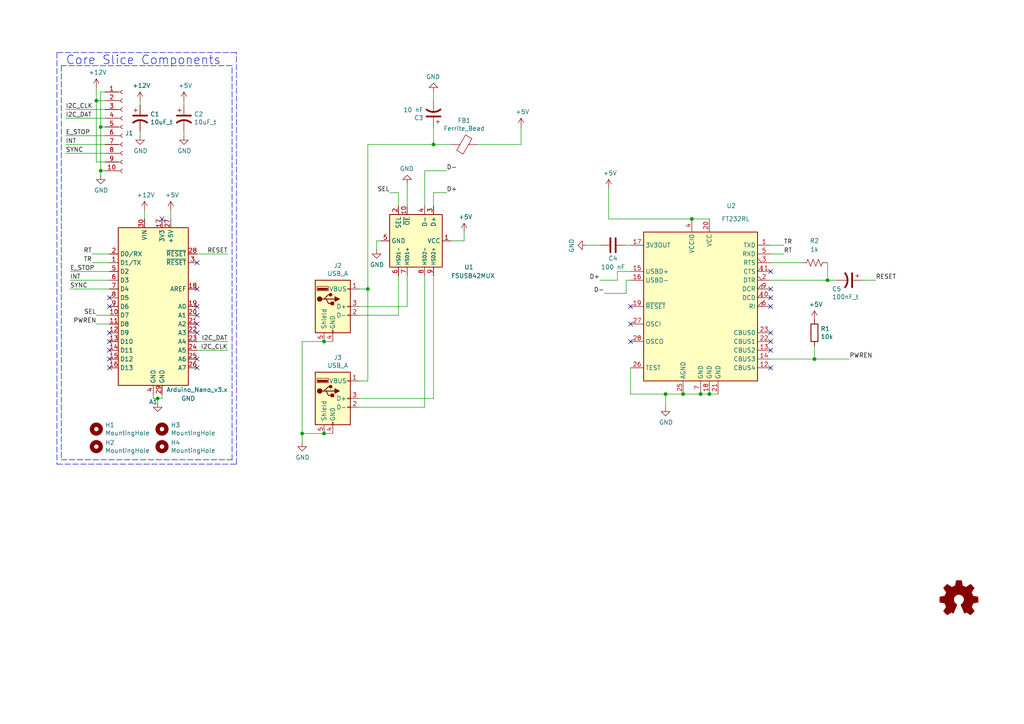
<source format=kicad_sch>
(kicad_sch (version 20211123) (generator eeschema)

  (uuid fe8d9267-7834-48d6-a191-c8724b2ee78d)

  (paper "A4")

  (lib_symbols
    (symbol "BREAD_Slice-rescue:10uF_t-OCI_UPL_2_Capacitors-BREAD_Slice-rescue" (pin_numbers hide) (pin_names (offset 0.254) hide) (in_bom yes) (on_board yes)
      (property "Reference" "C" (id 0) (at 0.635 2.54 0)
        (effects (font (size 1.27 1.27)) (justify left))
      )
      (property "Value" "10uF_t-OCI_UPL_2_Capacitors-BREAD_Slice-rescue" (id 1) (at 0.635 -2.54 0)
        (effects (font (size 1.27 1.27)) (justify left))
      )
      (property "Footprint" "OCI_UPL_FOOTPRINTS:C_2312" (id 2) (at 0 -6.35 0)
        (effects (font (size 0.762 0.762)) hide)
      )
      (property "Datasheet" "https://www.digikey.com/short/qcd8n7" (id 3) (at 0 5.08 0)
        (effects (font (size 0.762 0.762)) hide)
      )
      (property "Part #" "T491C106K025AT" (id 4) (at 0 6.35 0)
        (effects (font (size 0.762 0.762)) hide)
      )
      (property "UPL #" "2.021" (id 5) (at 0 -5.08 0)
        (effects (font (size 0.762 0.762)) hide)
      )
      (property "ki_fp_filters" "SMD*_Pol c_elec* C*elec TantalC* Elko* CP*" (id 6) (at 0 0 0)
        (effects (font (size 1.27 1.27)) hide)
      )
      (symbol "10uF_t-OCI_UPL_2_Capacitors-BREAD_Slice-rescue_0_1"
        (polyline
          (pts
            (xy -2.032 0.762)
            (xy 2.032 0.762)
          )
          (stroke (width 0.508) (type default) (color 0 0 0 0))
          (fill (type none))
        )
        (polyline
          (pts
            (xy -1.778 2.286)
            (xy -0.762 2.286)
          )
          (stroke (width 0) (type default) (color 0 0 0 0))
          (fill (type none))
        )
        (polyline
          (pts
            (xy -1.27 1.778)
            (xy -1.27 2.794)
          )
          (stroke (width 0) (type default) (color 0 0 0 0))
          (fill (type none))
        )
        (arc (start 2.032 -1.27) (mid 0 -0.5572) (end -2.032 -1.27)
          (stroke (width 0.508) (type default) (color 0 0 0 0))
          (fill (type none))
        )
      )
      (symbol "10uF_t-OCI_UPL_2_Capacitors-BREAD_Slice-rescue_1_1"
        (pin passive line (at 0 3.81 270) (length 2.794)
          (name "~" (effects (font (size 1.016 1.016))))
          (number "1" (effects (font (size 1.016 1.016))))
        )
        (pin passive line (at 0 -3.81 90) (length 3.302)
          (name "~" (effects (font (size 1.016 1.016))))
          (number "2" (effects (font (size 1.016 1.016))))
        )
      )
    )
    (symbol "BREAD_Slice-rescue:Ferrite_Bead-Device" (pin_numbers hide) (pin_names (offset 0)) (in_bom yes) (on_board yes)
      (property "Reference" "FB" (id 0) (at -3.81 0.635 90)
        (effects (font (size 1.27 1.27)))
      )
      (property "Value" "Ferrite_Bead-Device" (id 1) (at 3.81 0 90)
        (effects (font (size 1.27 1.27)))
      )
      (property "Footprint" "" (id 2) (at -1.778 0 90)
        (effects (font (size 1.27 1.27)) hide)
      )
      (property "Datasheet" "" (id 3) (at 0 0 0)
        (effects (font (size 1.27 1.27)) hide)
      )
      (property "ki_fp_filters" "Inductor_* L_* *Ferrite*" (id 4) (at 0 0 0)
        (effects (font (size 1.27 1.27)) hide)
      )
      (symbol "Ferrite_Bead-Device_0_1"
        (polyline
          (pts
            (xy 0 -1.27)
            (xy 0 -1.2192)
          )
          (stroke (width 0) (type default) (color 0 0 0 0))
          (fill (type none))
        )
        (polyline
          (pts
            (xy 0 1.27)
            (xy 0 1.2954)
          )
          (stroke (width 0) (type default) (color 0 0 0 0))
          (fill (type none))
        )
        (polyline
          (pts
            (xy -2.7686 0.4064)
            (xy -1.7018 2.2606)
            (xy 2.7686 -0.3048)
            (xy 1.6764 -2.159)
            (xy -2.7686 0.4064)
          )
          (stroke (width 0) (type default) (color 0 0 0 0))
          (fill (type none))
        )
      )
      (symbol "Ferrite_Bead-Device_1_1"
        (pin passive line (at 0 3.81 270) (length 2.54)
          (name "~" (effects (font (size 1.27 1.27))))
          (number "1" (effects (font (size 1.27 1.27))))
        )
        (pin passive line (at 0 -3.81 90) (length 2.54)
          (name "~" (effects (font (size 1.27 1.27))))
          (number "2" (effects (font (size 1.27 1.27))))
        )
      )
    )
    (symbol "Connector:Conn_01x10_Female" (pin_names (offset 1.016) hide) (in_bom yes) (on_board yes)
      (property "Reference" "J" (id 0) (at 0 12.7 0)
        (effects (font (size 1.27 1.27)))
      )
      (property "Value" "Conn_01x10_Female" (id 1) (at 0 -15.24 0)
        (effects (font (size 1.27 1.27)))
      )
      (property "Footprint" "" (id 2) (at 0 0 0)
        (effects (font (size 1.27 1.27)) hide)
      )
      (property "Datasheet" "~" (id 3) (at 0 0 0)
        (effects (font (size 1.27 1.27)) hide)
      )
      (property "ki_keywords" "connector" (id 4) (at 0 0 0)
        (effects (font (size 1.27 1.27)) hide)
      )
      (property "ki_description" "Generic connector, single row, 01x10, script generated (kicad-library-utils/schlib/autogen/connector/)" (id 5) (at 0 0 0)
        (effects (font (size 1.27 1.27)) hide)
      )
      (property "ki_fp_filters" "Connector*:*_1x??_*" (id 6) (at 0 0 0)
        (effects (font (size 1.27 1.27)) hide)
      )
      (symbol "Conn_01x10_Female_1_1"
        (arc (start 0 -12.192) (mid -0.508 -12.7) (end 0 -13.208)
          (stroke (width 0.1524) (type default) (color 0 0 0 0))
          (fill (type none))
        )
        (arc (start 0 -9.652) (mid -0.508 -10.16) (end 0 -10.668)
          (stroke (width 0.1524) (type default) (color 0 0 0 0))
          (fill (type none))
        )
        (arc (start 0 -7.112) (mid -0.508 -7.62) (end 0 -8.128)
          (stroke (width 0.1524) (type default) (color 0 0 0 0))
          (fill (type none))
        )
        (arc (start 0 -4.572) (mid -0.508 -5.08) (end 0 -5.588)
          (stroke (width 0.1524) (type default) (color 0 0 0 0))
          (fill (type none))
        )
        (arc (start 0 -2.032) (mid -0.508 -2.54) (end 0 -3.048)
          (stroke (width 0.1524) (type default) (color 0 0 0 0))
          (fill (type none))
        )
        (polyline
          (pts
            (xy -1.27 -12.7)
            (xy -0.508 -12.7)
          )
          (stroke (width 0.1524) (type default) (color 0 0 0 0))
          (fill (type none))
        )
        (polyline
          (pts
            (xy -1.27 -10.16)
            (xy -0.508 -10.16)
          )
          (stroke (width 0.1524) (type default) (color 0 0 0 0))
          (fill (type none))
        )
        (polyline
          (pts
            (xy -1.27 -7.62)
            (xy -0.508 -7.62)
          )
          (stroke (width 0.1524) (type default) (color 0 0 0 0))
          (fill (type none))
        )
        (polyline
          (pts
            (xy -1.27 -5.08)
            (xy -0.508 -5.08)
          )
          (stroke (width 0.1524) (type default) (color 0 0 0 0))
          (fill (type none))
        )
        (polyline
          (pts
            (xy -1.27 -2.54)
            (xy -0.508 -2.54)
          )
          (stroke (width 0.1524) (type default) (color 0 0 0 0))
          (fill (type none))
        )
        (polyline
          (pts
            (xy -1.27 0)
            (xy -0.508 0)
          )
          (stroke (width 0.1524) (type default) (color 0 0 0 0))
          (fill (type none))
        )
        (polyline
          (pts
            (xy -1.27 2.54)
            (xy -0.508 2.54)
          )
          (stroke (width 0.1524) (type default) (color 0 0 0 0))
          (fill (type none))
        )
        (polyline
          (pts
            (xy -1.27 5.08)
            (xy -0.508 5.08)
          )
          (stroke (width 0.1524) (type default) (color 0 0 0 0))
          (fill (type none))
        )
        (polyline
          (pts
            (xy -1.27 7.62)
            (xy -0.508 7.62)
          )
          (stroke (width 0.1524) (type default) (color 0 0 0 0))
          (fill (type none))
        )
        (polyline
          (pts
            (xy -1.27 10.16)
            (xy -0.508 10.16)
          )
          (stroke (width 0.1524) (type default) (color 0 0 0 0))
          (fill (type none))
        )
        (arc (start 0 0.508) (mid -0.508 0) (end 0 -0.508)
          (stroke (width 0.1524) (type default) (color 0 0 0 0))
          (fill (type none))
        )
        (arc (start 0 3.048) (mid -0.508 2.54) (end 0 2.032)
          (stroke (width 0.1524) (type default) (color 0 0 0 0))
          (fill (type none))
        )
        (arc (start 0 5.588) (mid -0.508 5.08) (end 0 4.572)
          (stroke (width 0.1524) (type default) (color 0 0 0 0))
          (fill (type none))
        )
        (arc (start 0 8.128) (mid -0.508 7.62) (end 0 7.112)
          (stroke (width 0.1524) (type default) (color 0 0 0 0))
          (fill (type none))
        )
        (arc (start 0 10.668) (mid -0.508 10.16) (end 0 9.652)
          (stroke (width 0.1524) (type default) (color 0 0 0 0))
          (fill (type none))
        )
        (pin passive line (at -5.08 10.16 0) (length 3.81)
          (name "Pin_1" (effects (font (size 1.27 1.27))))
          (number "1" (effects (font (size 1.27 1.27))))
        )
        (pin passive line (at -5.08 -12.7 0) (length 3.81)
          (name "Pin_10" (effects (font (size 1.27 1.27))))
          (number "10" (effects (font (size 1.27 1.27))))
        )
        (pin passive line (at -5.08 7.62 0) (length 3.81)
          (name "Pin_2" (effects (font (size 1.27 1.27))))
          (number "2" (effects (font (size 1.27 1.27))))
        )
        (pin passive line (at -5.08 5.08 0) (length 3.81)
          (name "Pin_3" (effects (font (size 1.27 1.27))))
          (number "3" (effects (font (size 1.27 1.27))))
        )
        (pin passive line (at -5.08 2.54 0) (length 3.81)
          (name "Pin_4" (effects (font (size 1.27 1.27))))
          (number "4" (effects (font (size 1.27 1.27))))
        )
        (pin passive line (at -5.08 0 0) (length 3.81)
          (name "Pin_5" (effects (font (size 1.27 1.27))))
          (number "5" (effects (font (size 1.27 1.27))))
        )
        (pin passive line (at -5.08 -2.54 0) (length 3.81)
          (name "Pin_6" (effects (font (size 1.27 1.27))))
          (number "6" (effects (font (size 1.27 1.27))))
        )
        (pin passive line (at -5.08 -5.08 0) (length 3.81)
          (name "Pin_7" (effects (font (size 1.27 1.27))))
          (number "7" (effects (font (size 1.27 1.27))))
        )
        (pin passive line (at -5.08 -7.62 0) (length 3.81)
          (name "Pin_8" (effects (font (size 1.27 1.27))))
          (number "8" (effects (font (size 1.27 1.27))))
        )
        (pin passive line (at -5.08 -10.16 0) (length 3.81)
          (name "Pin_9" (effects (font (size 1.27 1.27))))
          (number "9" (effects (font (size 1.27 1.27))))
        )
      )
    )
    (symbol "Connector:USB_A" (pin_names (offset 1.016)) (in_bom yes) (on_board yes)
      (property "Reference" "J" (id 0) (at -5.08 11.43 0)
        (effects (font (size 1.27 1.27)) (justify left))
      )
      (property "Value" "USB_A" (id 1) (at -5.08 8.89 0)
        (effects (font (size 1.27 1.27)) (justify left))
      )
      (property "Footprint" "" (id 2) (at 3.81 -1.27 0)
        (effects (font (size 1.27 1.27)) hide)
      )
      (property "Datasheet" " ~" (id 3) (at 3.81 -1.27 0)
        (effects (font (size 1.27 1.27)) hide)
      )
      (property "ki_keywords" "connector USB" (id 4) (at 0 0 0)
        (effects (font (size 1.27 1.27)) hide)
      )
      (property "ki_description" "USB Type A connector" (id 5) (at 0 0 0)
        (effects (font (size 1.27 1.27)) hide)
      )
      (property "ki_fp_filters" "USB*" (id 6) (at 0 0 0)
        (effects (font (size 1.27 1.27)) hide)
      )
      (symbol "USB_A_0_1"
        (rectangle (start -5.08 -7.62) (end 5.08 7.62)
          (stroke (width 0.254) (type default) (color 0 0 0 0))
          (fill (type background))
        )
        (circle (center -3.81 2.159) (radius 0.635)
          (stroke (width 0.254) (type default) (color 0 0 0 0))
          (fill (type outline))
        )
        (rectangle (start -1.524 4.826) (end -4.318 5.334)
          (stroke (width 0) (type default) (color 0 0 0 0))
          (fill (type outline))
        )
        (rectangle (start -1.27 4.572) (end -4.572 5.842)
          (stroke (width 0) (type default) (color 0 0 0 0))
          (fill (type none))
        )
        (circle (center -0.635 3.429) (radius 0.381)
          (stroke (width 0.254) (type default) (color 0 0 0 0))
          (fill (type outline))
        )
        (rectangle (start -0.127 -7.62) (end 0.127 -6.858)
          (stroke (width 0) (type default) (color 0 0 0 0))
          (fill (type none))
        )
        (polyline
          (pts
            (xy -3.175 2.159)
            (xy -2.54 2.159)
            (xy -1.27 3.429)
            (xy -0.635 3.429)
          )
          (stroke (width 0.254) (type default) (color 0 0 0 0))
          (fill (type none))
        )
        (polyline
          (pts
            (xy -2.54 2.159)
            (xy -1.905 2.159)
            (xy -1.27 0.889)
            (xy 0 0.889)
          )
          (stroke (width 0.254) (type default) (color 0 0 0 0))
          (fill (type none))
        )
        (polyline
          (pts
            (xy 0.635 2.794)
            (xy 0.635 1.524)
            (xy 1.905 2.159)
            (xy 0.635 2.794)
          )
          (stroke (width 0.254) (type default) (color 0 0 0 0))
          (fill (type outline))
        )
        (rectangle (start 0.254 1.27) (end -0.508 0.508)
          (stroke (width 0.254) (type default) (color 0 0 0 0))
          (fill (type outline))
        )
        (rectangle (start 5.08 -2.667) (end 4.318 -2.413)
          (stroke (width 0) (type default) (color 0 0 0 0))
          (fill (type none))
        )
        (rectangle (start 5.08 -0.127) (end 4.318 0.127)
          (stroke (width 0) (type default) (color 0 0 0 0))
          (fill (type none))
        )
        (rectangle (start 5.08 4.953) (end 4.318 5.207)
          (stroke (width 0) (type default) (color 0 0 0 0))
          (fill (type none))
        )
      )
      (symbol "USB_A_1_1"
        (polyline
          (pts
            (xy -1.905 2.159)
            (xy 0.635 2.159)
          )
          (stroke (width 0.254) (type default) (color 0 0 0 0))
          (fill (type none))
        )
        (pin power_in line (at 7.62 5.08 180) (length 2.54)
          (name "VBUS" (effects (font (size 1.27 1.27))))
          (number "1" (effects (font (size 1.27 1.27))))
        )
        (pin bidirectional line (at 7.62 -2.54 180) (length 2.54)
          (name "D-" (effects (font (size 1.27 1.27))))
          (number "2" (effects (font (size 1.27 1.27))))
        )
        (pin bidirectional line (at 7.62 0 180) (length 2.54)
          (name "D+" (effects (font (size 1.27 1.27))))
          (number "3" (effects (font (size 1.27 1.27))))
        )
        (pin power_in line (at 0 -10.16 90) (length 2.54)
          (name "GND" (effects (font (size 1.27 1.27))))
          (number "4" (effects (font (size 1.27 1.27))))
        )
        (pin passive line (at -2.54 -10.16 90) (length 2.54)
          (name "Shield" (effects (font (size 1.27 1.27))))
          (number "5" (effects (font (size 1.27 1.27))))
        )
      )
    )
    (symbol "Device:C" (pin_numbers hide) (pin_names (offset 0.254)) (in_bom yes) (on_board yes)
      (property "Reference" "C" (id 0) (at 0.635 2.54 0)
        (effects (font (size 1.27 1.27)) (justify left))
      )
      (property "Value" "C" (id 1) (at 0.635 -2.54 0)
        (effects (font (size 1.27 1.27)) (justify left))
      )
      (property "Footprint" "" (id 2) (at 0.9652 -3.81 0)
        (effects (font (size 1.27 1.27)) hide)
      )
      (property "Datasheet" "~" (id 3) (at 0 0 0)
        (effects (font (size 1.27 1.27)) hide)
      )
      (property "ki_keywords" "cap capacitor" (id 4) (at 0 0 0)
        (effects (font (size 1.27 1.27)) hide)
      )
      (property "ki_description" "Unpolarized capacitor" (id 5) (at 0 0 0)
        (effects (font (size 1.27 1.27)) hide)
      )
      (property "ki_fp_filters" "C_*" (id 6) (at 0 0 0)
        (effects (font (size 1.27 1.27)) hide)
      )
      (symbol "C_0_1"
        (polyline
          (pts
            (xy -2.032 -0.762)
            (xy 2.032 -0.762)
          )
          (stroke (width 0.508) (type default) (color 0 0 0 0))
          (fill (type none))
        )
        (polyline
          (pts
            (xy -2.032 0.762)
            (xy 2.032 0.762)
          )
          (stroke (width 0.508) (type default) (color 0 0 0 0))
          (fill (type none))
        )
      )
      (symbol "C_1_1"
        (pin passive line (at 0 3.81 270) (length 2.794)
          (name "~" (effects (font (size 1.27 1.27))))
          (number "1" (effects (font (size 1.27 1.27))))
        )
        (pin passive line (at 0 -3.81 90) (length 2.794)
          (name "~" (effects (font (size 1.27 1.27))))
          (number "2" (effects (font (size 1.27 1.27))))
        )
      )
    )
    (symbol "Device:R" (pin_numbers hide) (pin_names (offset 0)) (in_bom yes) (on_board yes)
      (property "Reference" "R" (id 0) (at 2.032 0 90)
        (effects (font (size 1.27 1.27)))
      )
      (property "Value" "R" (id 1) (at 0 0 90)
        (effects (font (size 1.27 1.27)))
      )
      (property "Footprint" "" (id 2) (at -1.778 0 90)
        (effects (font (size 1.27 1.27)) hide)
      )
      (property "Datasheet" "~" (id 3) (at 0 0 0)
        (effects (font (size 1.27 1.27)) hide)
      )
      (property "ki_keywords" "R res resistor" (id 4) (at 0 0 0)
        (effects (font (size 1.27 1.27)) hide)
      )
      (property "ki_description" "Resistor" (id 5) (at 0 0 0)
        (effects (font (size 1.27 1.27)) hide)
      )
      (property "ki_fp_filters" "R_*" (id 6) (at 0 0 0)
        (effects (font (size 1.27 1.27)) hide)
      )
      (symbol "R_0_1"
        (rectangle (start -1.016 -2.54) (end 1.016 2.54)
          (stroke (width 0.254) (type default) (color 0 0 0 0))
          (fill (type none))
        )
      )
      (symbol "R_1_1"
        (pin passive line (at 0 3.81 270) (length 1.27)
          (name "~" (effects (font (size 1.27 1.27))))
          (number "1" (effects (font (size 1.27 1.27))))
        )
        (pin passive line (at 0 -3.81 90) (length 1.27)
          (name "~" (effects (font (size 1.27 1.27))))
          (number "2" (effects (font (size 1.27 1.27))))
        )
      )
    )
    (symbol "Device:R_US" (pin_numbers hide) (pin_names (offset 0)) (in_bom yes) (on_board yes)
      (property "Reference" "R" (id 0) (at 2.54 0 90)
        (effects (font (size 1.27 1.27)))
      )
      (property "Value" "R_US" (id 1) (at -2.54 0 90)
        (effects (font (size 1.27 1.27)))
      )
      (property "Footprint" "" (id 2) (at 1.016 -0.254 90)
        (effects (font (size 1.27 1.27)) hide)
      )
      (property "Datasheet" "~" (id 3) (at 0 0 0)
        (effects (font (size 1.27 1.27)) hide)
      )
      (property "ki_keywords" "R res resistor" (id 4) (at 0 0 0)
        (effects (font (size 1.27 1.27)) hide)
      )
      (property "ki_description" "Resistor, US symbol" (id 5) (at 0 0 0)
        (effects (font (size 1.27 1.27)) hide)
      )
      (property "ki_fp_filters" "R_*" (id 6) (at 0 0 0)
        (effects (font (size 1.27 1.27)) hide)
      )
      (symbol "R_US_0_1"
        (polyline
          (pts
            (xy 0 -2.286)
            (xy 0 -2.54)
          )
          (stroke (width 0) (type default) (color 0 0 0 0))
          (fill (type none))
        )
        (polyline
          (pts
            (xy 0 2.286)
            (xy 0 2.54)
          )
          (stroke (width 0) (type default) (color 0 0 0 0))
          (fill (type none))
        )
        (polyline
          (pts
            (xy 0 -0.762)
            (xy 1.016 -1.143)
            (xy 0 -1.524)
            (xy -1.016 -1.905)
            (xy 0 -2.286)
          )
          (stroke (width 0) (type default) (color 0 0 0 0))
          (fill (type none))
        )
        (polyline
          (pts
            (xy 0 0.762)
            (xy 1.016 0.381)
            (xy 0 0)
            (xy -1.016 -0.381)
            (xy 0 -0.762)
          )
          (stroke (width 0) (type default) (color 0 0 0 0))
          (fill (type none))
        )
        (polyline
          (pts
            (xy 0 2.286)
            (xy 1.016 1.905)
            (xy 0 1.524)
            (xy -1.016 1.143)
            (xy 0 0.762)
          )
          (stroke (width 0) (type default) (color 0 0 0 0))
          (fill (type none))
        )
      )
      (symbol "R_US_1_1"
        (pin passive line (at 0 3.81 270) (length 1.27)
          (name "~" (effects (font (size 1.27 1.27))))
          (number "1" (effects (font (size 1.27 1.27))))
        )
        (pin passive line (at 0 -3.81 90) (length 1.27)
          (name "~" (effects (font (size 1.27 1.27))))
          (number "2" (effects (font (size 1.27 1.27))))
        )
      )
    )
    (symbol "Graphic:Logo_Open_Hardware_Small" (pin_names (offset 1.016)) (in_bom yes) (on_board yes)
      (property "Reference" "#LOGO" (id 0) (at 0 6.985 0)
        (effects (font (size 1.27 1.27)) hide)
      )
      (property "Value" "Logo_Open_Hardware_Small" (id 1) (at 0 -5.715 0)
        (effects (font (size 1.27 1.27)) hide)
      )
      (property "Footprint" "" (id 2) (at 0 0 0)
        (effects (font (size 1.27 1.27)) hide)
      )
      (property "Datasheet" "~" (id 3) (at 0 0 0)
        (effects (font (size 1.27 1.27)) hide)
      )
      (property "ki_keywords" "Logo" (id 4) (at 0 0 0)
        (effects (font (size 1.27 1.27)) hide)
      )
      (property "ki_description" "Open Hardware logo, small" (id 5) (at 0 0 0)
        (effects (font (size 1.27 1.27)) hide)
      )
      (symbol "Logo_Open_Hardware_Small_0_1"
        (polyline
          (pts
            (xy 3.3528 -4.3434)
            (xy 3.302 -4.318)
            (xy 3.175 -4.2418)
            (xy 2.9972 -4.1148)
            (xy 2.7686 -3.9624)
            (xy 2.54 -3.81)
            (xy 2.3622 -3.7084)
            (xy 2.2352 -3.6068)
            (xy 2.1844 -3.5814)
            (xy 2.159 -3.6068)
            (xy 2.0574 -3.6576)
            (xy 1.905 -3.7338)
            (xy 1.8034 -3.7846)
            (xy 1.6764 -3.8354)
            (xy 1.6002 -3.8354)
            (xy 1.6002 -3.8354)
            (xy 1.5494 -3.7338)
            (xy 1.4732 -3.5306)
            (xy 1.3462 -3.302)
            (xy 1.2446 -3.0226)
            (xy 1.1176 -2.7178)
            (xy 0.9652 -2.413)
            (xy 0.8636 -2.1082)
            (xy 0.7366 -1.8288)
            (xy 0.6604 -1.6256)
            (xy 0.6096 -1.4732)
            (xy 0.5842 -1.397)
            (xy 0.5842 -1.397)
            (xy 0.6604 -1.3208)
            (xy 0.7874 -1.2446)
            (xy 1.0414 -1.016)
            (xy 1.2954 -0.6858)
            (xy 1.4478 -0.3302)
            (xy 1.524 0.0762)
            (xy 1.4732 0.4572)
            (xy 1.3208 0.8128)
            (xy 1.0668 1.143)
            (xy 0.762 1.3716)
            (xy 0.4064 1.524)
            (xy 0 1.5748)
            (xy -0.381 1.5494)
            (xy -0.7366 1.397)
            (xy -1.0668 1.143)
            (xy -1.2192 0.9906)
            (xy -1.397 0.6604)
            (xy -1.524 0.3048)
            (xy -1.524 0.2286)
            (xy -1.4986 -0.1778)
            (xy -1.397 -0.5334)
            (xy -1.1938 -0.8636)
            (xy -0.9144 -1.143)
            (xy -0.8636 -1.1684)
            (xy -0.7366 -1.27)
            (xy -0.635 -1.3462)
            (xy -0.5842 -1.397)
            (xy -1.0668 -2.5908)
            (xy -1.143 -2.794)
            (xy -1.2954 -3.1242)
            (xy -1.397 -3.4036)
            (xy -1.4986 -3.6322)
            (xy -1.5748 -3.7846)
            (xy -1.6002 -3.8354)
            (xy -1.6002 -3.8354)
            (xy -1.651 -3.8354)
            (xy -1.7272 -3.81)
            (xy -1.905 -3.7338)
            (xy -2.0066 -3.683)
            (xy -2.1336 -3.6068)
            (xy -2.2098 -3.5814)
            (xy -2.2606 -3.6068)
            (xy -2.3622 -3.683)
            (xy -2.54 -3.81)
            (xy -2.7686 -3.9624)
            (xy -2.9718 -4.0894)
            (xy -3.1496 -4.2164)
            (xy -3.302 -4.318)
            (xy -3.3528 -4.3434)
            (xy -3.3782 -4.3434)
            (xy -3.429 -4.318)
            (xy -3.5306 -4.2164)
            (xy -3.7084 -4.064)
            (xy -3.937 -3.8354)
            (xy -3.9624 -3.81)
            (xy -4.1656 -3.6068)
            (xy -4.318 -3.4544)
            (xy -4.4196 -3.3274)
            (xy -4.445 -3.2766)
            (xy -4.445 -3.2766)
            (xy -4.4196 -3.2258)
            (xy -4.318 -3.0734)
            (xy -4.2164 -2.8956)
            (xy -4.064 -2.667)
            (xy -3.6576 -2.0828)
            (xy -3.8862 -1.5494)
            (xy -3.937 -1.3716)
            (xy -4.0386 -1.1684)
            (xy -4.0894 -1.0414)
            (xy -4.1148 -0.9652)
            (xy -4.191 -0.9398)
            (xy -4.318 -0.9144)
            (xy -4.5466 -0.8636)
            (xy -4.8006 -0.8128)
            (xy -5.0546 -0.7874)
            (xy -5.2578 -0.7366)
            (xy -5.4356 -0.7112)
            (xy -5.5118 -0.6858)
            (xy -5.5118 -0.6858)
            (xy -5.5372 -0.635)
            (xy -5.5372 -0.5588)
            (xy -5.5372 -0.4318)
            (xy -5.5626 -0.2286)
            (xy -5.5626 0.0762)
            (xy -5.5626 0.127)
            (xy -5.5372 0.4064)
            (xy -5.5372 0.635)
            (xy -5.5372 0.762)
            (xy -5.5372 0.8382)
            (xy -5.5372 0.8382)
            (xy -5.461 0.8382)
            (xy -5.3086 0.889)
            (xy -5.08 0.9144)
            (xy -4.826 0.9652)
            (xy -4.8006 0.9906)
            (xy -4.5466 1.0414)
            (xy -4.318 1.0668)
            (xy -4.1656 1.1176)
            (xy -4.0894 1.143)
            (xy -4.0894 1.143)
            (xy -4.0386 1.2446)
            (xy -3.9624 1.4224)
            (xy -3.8608 1.6256)
            (xy -3.7846 1.8288)
            (xy -3.7084 2.0066)
            (xy -3.6576 2.159)
            (xy -3.6322 2.2098)
            (xy -3.6322 2.2098)
            (xy -3.683 2.286)
            (xy -3.7592 2.413)
            (xy -3.8862 2.5908)
            (xy -4.064 2.8194)
            (xy -4.064 2.8448)
            (xy -4.2164 3.0734)
            (xy -4.3434 3.2512)
            (xy -4.4196 3.3782)
            (xy -4.445 3.4544)
            (xy -4.445 3.4544)
            (xy -4.3942 3.5052)
            (xy -4.2926 3.6322)
            (xy -4.1148 3.81)
            (xy -3.937 4.0132)
            (xy -3.8608 4.064)
            (xy -3.6576 4.2926)
            (xy -3.5052 4.4196)
            (xy -3.4036 4.4958)
            (xy -3.3528 4.5212)
            (xy -3.3528 4.5212)
            (xy -3.302 4.4704)
            (xy -3.1496 4.3688)
            (xy -2.9718 4.2418)
            (xy -2.7432 4.0894)
            (xy -2.7178 4.0894)
            (xy -2.4892 3.937)
            (xy -2.3114 3.81)
            (xy -2.1844 3.7084)
            (xy -2.1336 3.683)
            (xy -2.1082 3.683)
            (xy -2.032 3.7084)
            (xy -1.8542 3.7592)
            (xy -1.6764 3.8354)
            (xy -1.4732 3.937)
            (xy -1.27 4.0132)
            (xy -1.143 4.064)
            (xy -1.0668 4.1148)
            (xy -1.0668 4.1148)
            (xy -1.0414 4.191)
            (xy -1.016 4.3434)
            (xy -0.9652 4.572)
            (xy -0.9144 4.8514)
            (xy -0.889 4.9022)
            (xy -0.8382 5.1562)
            (xy -0.8128 5.3848)
            (xy -0.7874 5.5372)
            (xy -0.762 5.588)
            (xy -0.7112 5.6134)
            (xy -0.5842 5.6134)
            (xy -0.4064 5.6134)
            (xy -0.1524 5.6134)
            (xy 0.0762 5.6134)
            (xy 0.3302 5.6134)
            (xy 0.5334 5.6134)
            (xy 0.6858 5.588)
            (xy 0.7366 5.588)
            (xy 0.7366 5.588)
            (xy 0.762 5.5118)
            (xy 0.8128 5.334)
            (xy 0.8382 5.1054)
            (xy 0.9144 4.826)
            (xy 0.9144 4.7752)
            (xy 0.9652 4.5212)
            (xy 1.016 4.2926)
            (xy 1.0414 4.1402)
            (xy 1.0668 4.0894)
            (xy 1.0668 4.0894)
            (xy 1.1938 4.0386)
            (xy 1.3716 3.9624)
            (xy 1.5748 3.8608)
            (xy 2.0828 3.6576)
            (xy 2.7178 4.0894)
            (xy 2.7686 4.1402)
            (xy 2.9972 4.2926)
            (xy 3.175 4.4196)
            (xy 3.302 4.4958)
            (xy 3.3782 4.5212)
            (xy 3.3782 4.5212)
            (xy 3.429 4.4704)
            (xy 3.556 4.3434)
            (xy 3.7338 4.191)
            (xy 3.9116 3.9878)
            (xy 4.064 3.8354)
            (xy 4.2418 3.6576)
            (xy 4.3434 3.556)
            (xy 4.4196 3.4798)
            (xy 4.4196 3.429)
            (xy 4.4196 3.4036)
            (xy 4.3942 3.3274)
            (xy 4.2926 3.2004)
            (xy 4.1656 2.9972)
            (xy 4.0132 2.794)
            (xy 3.8862 2.5908)
            (xy 3.7592 2.3876)
            (xy 3.6576 2.2352)
            (xy 3.6322 2.159)
            (xy 3.6322 2.1336)
            (xy 3.683 2.0066)
            (xy 3.7592 1.8288)
            (xy 3.8608 1.6002)
            (xy 4.064 1.1176)
            (xy 4.3942 1.0414)
            (xy 4.5974 1.016)
            (xy 4.8768 0.9652)
            (xy 5.1308 0.9144)
            (xy 5.5372 0.8382)
            (xy 5.5626 -0.6604)
            (xy 5.4864 -0.6858)
            (xy 5.4356 -0.6858)
            (xy 5.2832 -0.7366)
            (xy 5.0546 -0.762)
            (xy 4.8006 -0.8128)
            (xy 4.5974 -0.8636)
            (xy 4.3688 -0.9144)
            (xy 4.2164 -0.9398)
            (xy 4.1402 -0.9398)
            (xy 4.1148 -0.9652)
            (xy 4.064 -1.0668)
            (xy 3.9878 -1.2446)
            (xy 3.9116 -1.4478)
            (xy 3.81 -1.651)
            (xy 3.7338 -1.8542)
            (xy 3.683 -2.0066)
            (xy 3.6576 -2.0828)
            (xy 3.683 -2.1336)
            (xy 3.7846 -2.2606)
            (xy 3.8862 -2.4638)
            (xy 4.0386 -2.667)
            (xy 4.191 -2.8956)
            (xy 4.318 -3.0734)
            (xy 4.3942 -3.2004)
            (xy 4.445 -3.2766)
            (xy 4.4196 -3.3274)
            (xy 4.3434 -3.429)
            (xy 4.1656 -3.5814)
            (xy 3.937 -3.8354)
            (xy 3.8862 -3.8608)
            (xy 3.683 -4.064)
            (xy 3.5306 -4.2164)
            (xy 3.4036 -4.318)
            (xy 3.3528 -4.3434)
          )
          (stroke (width 0) (type default) (color 0 0 0 0))
          (fill (type outline))
        )
      )
    )
    (symbol "Interface_USB:FSUSB42MUX" (in_bom yes) (on_board yes)
      (property "Reference" "U" (id 0) (at -6.35 8.89 0)
        (effects (font (size 1.27 1.27)))
      )
      (property "Value" "FSUSB42MUX" (id 1) (at 7.62 8.89 0)
        (effects (font (size 1.27 1.27)))
      )
      (property "Footprint" "Package_SO:MSOP-10_3x3mm_P0.5mm" (id 2) (at 0 -20.32 0)
        (effects (font (size 1.27 1.27)) hide)
      )
      (property "Datasheet" "https://www.onsemi.com/pub/Collateral/FSUSB42-D.PDF" (id 3) (at 0 -2.54 0)
        (effects (font (size 1.27 1.27)) hide)
      )
      (property "ki_keywords" "USB 2.0 UART High Speed Switch" (id 4) (at 0 0 0)
        (effects (font (size 1.27 1.27)) hide)
      )
      (property "ki_description" "Low-Power, Two-Port, High-Speed, USB2.0 (480Mbps) or UART Switch, MSOP-10" (id 5) (at 0 0 0)
        (effects (font (size 1.27 1.27)) hide)
      )
      (property "ki_fp_filters" "MSOP*3x3mm*P0.5mm*" (id 6) (at 0 0 0)
        (effects (font (size 1.27 1.27)) hide)
      )
      (symbol "FSUSB42MUX_0_1"
        (rectangle (start 7.62 7.62) (end -7.62 -7.62)
          (stroke (width 0.254) (type default) (color 0 0 0 0))
          (fill (type background))
        )
      )
      (symbol "FSUSB42MUX_1_1"
        (pin power_in line (at 0 10.16 270) (length 2.54)
          (name "VCC" (effects (font (size 1.27 1.27))))
          (number "1" (effects (font (size 1.27 1.27))))
        )
        (pin input line (at -10.16 -2.54 0) (length 2.54)
          (name "~{OE}" (effects (font (size 1.27 1.27))))
          (number "10" (effects (font (size 1.27 1.27))))
        )
        (pin input line (at -10.16 -5.08 0) (length 2.54)
          (name "SEL" (effects (font (size 1.27 1.27))))
          (number "2" (effects (font (size 1.27 1.27))))
        )
        (pin bidirectional line (at -10.16 5.08 0) (length 2.54)
          (name "D+" (effects (font (size 1.27 1.27))))
          (number "3" (effects (font (size 1.27 1.27))))
        )
        (pin bidirectional line (at -10.16 2.54 0) (length 2.54)
          (name "D-" (effects (font (size 1.27 1.27))))
          (number "4" (effects (font (size 1.27 1.27))))
        )
        (pin power_in line (at 0 -10.16 90) (length 2.54)
          (name "GND" (effects (font (size 1.27 1.27))))
          (number "5" (effects (font (size 1.27 1.27))))
        )
        (pin bidirectional line (at 10.16 -5.08 180) (length 2.54)
          (name "HSD1-" (effects (font (size 0.9906 0.9906))))
          (number "6" (effects (font (size 1.27 1.27))))
        )
        (pin bidirectional line (at 10.16 -2.54 180) (length 2.54)
          (name "HSD1+" (effects (font (size 0.9906 0.9906))))
          (number "7" (effects (font (size 1.27 1.27))))
        )
        (pin bidirectional line (at 10.16 2.54 180) (length 2.54)
          (name "HSD2-" (effects (font (size 0.9906 0.9906))))
          (number "8" (effects (font (size 1.27 1.27))))
        )
        (pin bidirectional line (at 10.16 5.08 180) (length 2.54)
          (name "HSD2+" (effects (font (size 0.9906 0.9906))))
          (number "9" (effects (font (size 1.27 1.27))))
        )
      )
    )
    (symbol "Interface_USB:FT232RL" (in_bom yes) (on_board yes)
      (property "Reference" "U" (id 0) (at -16.51 22.86 0)
        (effects (font (size 1.27 1.27)) (justify left))
      )
      (property "Value" "FT232RL" (id 1) (at 10.16 22.86 0)
        (effects (font (size 1.27 1.27)) (justify left))
      )
      (property "Footprint" "Package_SO:SSOP-28_5.3x10.2mm_P0.65mm" (id 2) (at 27.94 -22.86 0)
        (effects (font (size 1.27 1.27)) hide)
      )
      (property "Datasheet" "https://www.ftdichip.com/Support/Documents/DataSheets/ICs/DS_FT232R.pdf" (id 3) (at 0 0 0)
        (effects (font (size 1.27 1.27)) hide)
      )
      (property "ki_keywords" "FTDI USB Serial" (id 4) (at 0 0 0)
        (effects (font (size 1.27 1.27)) hide)
      )
      (property "ki_description" "USB to Serial Interface, SSOP-28" (id 5) (at 0 0 0)
        (effects (font (size 1.27 1.27)) hide)
      )
      (property "ki_fp_filters" "SSOP*5.3x10.2mm*P0.65mm*" (id 6) (at 0 0 0)
        (effects (font (size 1.27 1.27)) hide)
      )
      (symbol "FT232RL_0_1"
        (rectangle (start -16.51 21.59) (end 16.51 -21.59)
          (stroke (width 0.254) (type default) (color 0 0 0 0))
          (fill (type background))
        )
      )
      (symbol "FT232RL_1_1"
        (pin output line (at 20.32 17.78 180) (length 3.81)
          (name "TXD" (effects (font (size 1.27 1.27))))
          (number "1" (effects (font (size 1.27 1.27))))
        )
        (pin input input_low (at 20.32 2.54 180) (length 3.81)
          (name "DCD" (effects (font (size 1.27 1.27))))
          (number "10" (effects (font (size 1.27 1.27))))
        )
        (pin input input_low (at 20.32 10.16 180) (length 3.81)
          (name "CTS" (effects (font (size 1.27 1.27))))
          (number "11" (effects (font (size 1.27 1.27))))
        )
        (pin bidirectional line (at 20.32 -17.78 180) (length 3.81)
          (name "CBUS4" (effects (font (size 1.27 1.27))))
          (number "12" (effects (font (size 1.27 1.27))))
        )
        (pin bidirectional line (at 20.32 -12.7 180) (length 3.81)
          (name "CBUS2" (effects (font (size 1.27 1.27))))
          (number "13" (effects (font (size 1.27 1.27))))
        )
        (pin bidirectional line (at 20.32 -15.24 180) (length 3.81)
          (name "CBUS3" (effects (font (size 1.27 1.27))))
          (number "14" (effects (font (size 1.27 1.27))))
        )
        (pin bidirectional line (at -20.32 10.16 0) (length 3.81)
          (name "USBD+" (effects (font (size 1.27 1.27))))
          (number "15" (effects (font (size 1.27 1.27))))
        )
        (pin bidirectional line (at -20.32 7.62 0) (length 3.81)
          (name "USBD-" (effects (font (size 1.27 1.27))))
          (number "16" (effects (font (size 1.27 1.27))))
        )
        (pin power_out line (at -20.32 17.78 0) (length 3.81)
          (name "3V3OUT" (effects (font (size 1.27 1.27))))
          (number "17" (effects (font (size 1.27 1.27))))
        )
        (pin power_in line (at 2.54 -25.4 90) (length 3.81)
          (name "GND" (effects (font (size 1.27 1.27))))
          (number "18" (effects (font (size 1.27 1.27))))
        )
        (pin input line (at -20.32 0 0) (length 3.81)
          (name "~{RESET}" (effects (font (size 1.27 1.27))))
          (number "19" (effects (font (size 1.27 1.27))))
        )
        (pin output output_low (at 20.32 7.62 180) (length 3.81)
          (name "DTR" (effects (font (size 1.27 1.27))))
          (number "2" (effects (font (size 1.27 1.27))))
        )
        (pin power_in line (at 2.54 25.4 270) (length 3.81)
          (name "VCC" (effects (font (size 1.27 1.27))))
          (number "20" (effects (font (size 1.27 1.27))))
        )
        (pin power_in line (at 5.08 -25.4 90) (length 3.81)
          (name "GND" (effects (font (size 1.27 1.27))))
          (number "21" (effects (font (size 1.27 1.27))))
        )
        (pin bidirectional line (at 20.32 -10.16 180) (length 3.81)
          (name "CBUS1" (effects (font (size 1.27 1.27))))
          (number "22" (effects (font (size 1.27 1.27))))
        )
        (pin bidirectional line (at 20.32 -7.62 180) (length 3.81)
          (name "CBUS0" (effects (font (size 1.27 1.27))))
          (number "23" (effects (font (size 1.27 1.27))))
        )
        (pin power_in line (at -5.08 -25.4 90) (length 3.81)
          (name "AGND" (effects (font (size 1.27 1.27))))
          (number "25" (effects (font (size 1.27 1.27))))
        )
        (pin input line (at -20.32 -17.78 0) (length 3.81)
          (name "TEST" (effects (font (size 1.27 1.27))))
          (number "26" (effects (font (size 1.27 1.27))))
        )
        (pin input line (at -20.32 -5.08 0) (length 3.81)
          (name "OSCI" (effects (font (size 1.27 1.27))))
          (number "27" (effects (font (size 1.27 1.27))))
        )
        (pin output line (at -20.32 -10.16 0) (length 3.81)
          (name "OSCO" (effects (font (size 1.27 1.27))))
          (number "28" (effects (font (size 1.27 1.27))))
        )
        (pin output output_low (at 20.32 12.7 180) (length 3.81)
          (name "RTS" (effects (font (size 1.27 1.27))))
          (number "3" (effects (font (size 1.27 1.27))))
        )
        (pin power_in line (at -2.54 25.4 270) (length 3.81)
          (name "VCCIO" (effects (font (size 1.27 1.27))))
          (number "4" (effects (font (size 1.27 1.27))))
        )
        (pin input line (at 20.32 15.24 180) (length 3.81)
          (name "RXD" (effects (font (size 1.27 1.27))))
          (number "5" (effects (font (size 1.27 1.27))))
        )
        (pin input input_low (at 20.32 0 180) (length 3.81)
          (name "RI" (effects (font (size 1.27 1.27))))
          (number "6" (effects (font (size 1.27 1.27))))
        )
        (pin power_in line (at 0 -25.4 90) (length 3.81)
          (name "GND" (effects (font (size 1.27 1.27))))
          (number "7" (effects (font (size 1.27 1.27))))
        )
        (pin input input_low (at 20.32 5.08 180) (length 3.81)
          (name "DCR" (effects (font (size 1.27 1.27))))
          (number "9" (effects (font (size 1.27 1.27))))
        )
      )
    )
    (symbol "MCU_Module:Arduino_Nano_v3.x" (in_bom yes) (on_board yes)
      (property "Reference" "A" (id 0) (at -10.16 23.495 0)
        (effects (font (size 1.27 1.27)) (justify left bottom))
      )
      (property "Value" "Arduino_Nano_v3.x" (id 1) (at 5.08 -24.13 0)
        (effects (font (size 1.27 1.27)) (justify left top))
      )
      (property "Footprint" "Module:Arduino_Nano" (id 2) (at 0 0 0)
        (effects (font (size 1.27 1.27) italic) hide)
      )
      (property "Datasheet" "http://www.mouser.com/pdfdocs/Gravitech_Arduino_Nano3_0.pdf" (id 3) (at 0 0 0)
        (effects (font (size 1.27 1.27)) hide)
      )
      (property "ki_keywords" "Arduino nano microcontroller module USB" (id 4) (at 0 0 0)
        (effects (font (size 1.27 1.27)) hide)
      )
      (property "ki_description" "Arduino Nano v3.x" (id 5) (at 0 0 0)
        (effects (font (size 1.27 1.27)) hide)
      )
      (property "ki_fp_filters" "Arduino*Nano*" (id 6) (at 0 0 0)
        (effects (font (size 1.27 1.27)) hide)
      )
      (symbol "Arduino_Nano_v3.x_0_1"
        (rectangle (start -10.16 22.86) (end 10.16 -22.86)
          (stroke (width 0.254) (type default) (color 0 0 0 0))
          (fill (type background))
        )
      )
      (symbol "Arduino_Nano_v3.x_1_1"
        (pin bidirectional line (at -12.7 12.7 0) (length 2.54)
          (name "D1/TX" (effects (font (size 1.27 1.27))))
          (number "1" (effects (font (size 1.27 1.27))))
        )
        (pin bidirectional line (at -12.7 -2.54 0) (length 2.54)
          (name "D7" (effects (font (size 1.27 1.27))))
          (number "10" (effects (font (size 1.27 1.27))))
        )
        (pin bidirectional line (at -12.7 -5.08 0) (length 2.54)
          (name "D8" (effects (font (size 1.27 1.27))))
          (number "11" (effects (font (size 1.27 1.27))))
        )
        (pin bidirectional line (at -12.7 -7.62 0) (length 2.54)
          (name "D9" (effects (font (size 1.27 1.27))))
          (number "12" (effects (font (size 1.27 1.27))))
        )
        (pin bidirectional line (at -12.7 -10.16 0) (length 2.54)
          (name "D10" (effects (font (size 1.27 1.27))))
          (number "13" (effects (font (size 1.27 1.27))))
        )
        (pin bidirectional line (at -12.7 -12.7 0) (length 2.54)
          (name "D11" (effects (font (size 1.27 1.27))))
          (number "14" (effects (font (size 1.27 1.27))))
        )
        (pin bidirectional line (at -12.7 -15.24 0) (length 2.54)
          (name "D12" (effects (font (size 1.27 1.27))))
          (number "15" (effects (font (size 1.27 1.27))))
        )
        (pin bidirectional line (at -12.7 -17.78 0) (length 2.54)
          (name "D13" (effects (font (size 1.27 1.27))))
          (number "16" (effects (font (size 1.27 1.27))))
        )
        (pin power_out line (at 2.54 25.4 270) (length 2.54)
          (name "3V3" (effects (font (size 1.27 1.27))))
          (number "17" (effects (font (size 1.27 1.27))))
        )
        (pin input line (at 12.7 5.08 180) (length 2.54)
          (name "AREF" (effects (font (size 1.27 1.27))))
          (number "18" (effects (font (size 1.27 1.27))))
        )
        (pin bidirectional line (at 12.7 0 180) (length 2.54)
          (name "A0" (effects (font (size 1.27 1.27))))
          (number "19" (effects (font (size 1.27 1.27))))
        )
        (pin bidirectional line (at -12.7 15.24 0) (length 2.54)
          (name "D0/RX" (effects (font (size 1.27 1.27))))
          (number "2" (effects (font (size 1.27 1.27))))
        )
        (pin bidirectional line (at 12.7 -2.54 180) (length 2.54)
          (name "A1" (effects (font (size 1.27 1.27))))
          (number "20" (effects (font (size 1.27 1.27))))
        )
        (pin bidirectional line (at 12.7 -5.08 180) (length 2.54)
          (name "A2" (effects (font (size 1.27 1.27))))
          (number "21" (effects (font (size 1.27 1.27))))
        )
        (pin bidirectional line (at 12.7 -7.62 180) (length 2.54)
          (name "A3" (effects (font (size 1.27 1.27))))
          (number "22" (effects (font (size 1.27 1.27))))
        )
        (pin bidirectional line (at 12.7 -10.16 180) (length 2.54)
          (name "A4" (effects (font (size 1.27 1.27))))
          (number "23" (effects (font (size 1.27 1.27))))
        )
        (pin bidirectional line (at 12.7 -12.7 180) (length 2.54)
          (name "A5" (effects (font (size 1.27 1.27))))
          (number "24" (effects (font (size 1.27 1.27))))
        )
        (pin bidirectional line (at 12.7 -15.24 180) (length 2.54)
          (name "A6" (effects (font (size 1.27 1.27))))
          (number "25" (effects (font (size 1.27 1.27))))
        )
        (pin bidirectional line (at 12.7 -17.78 180) (length 2.54)
          (name "A7" (effects (font (size 1.27 1.27))))
          (number "26" (effects (font (size 1.27 1.27))))
        )
        (pin power_out line (at 5.08 25.4 270) (length 2.54)
          (name "+5V" (effects (font (size 1.27 1.27))))
          (number "27" (effects (font (size 1.27 1.27))))
        )
        (pin input line (at 12.7 15.24 180) (length 2.54)
          (name "~{RESET}" (effects (font (size 1.27 1.27))))
          (number "28" (effects (font (size 1.27 1.27))))
        )
        (pin power_in line (at 2.54 -25.4 90) (length 2.54)
          (name "GND" (effects (font (size 1.27 1.27))))
          (number "29" (effects (font (size 1.27 1.27))))
        )
        (pin input line (at 12.7 12.7 180) (length 2.54)
          (name "~{RESET}" (effects (font (size 1.27 1.27))))
          (number "3" (effects (font (size 1.27 1.27))))
        )
        (pin power_in line (at -2.54 25.4 270) (length 2.54)
          (name "VIN" (effects (font (size 1.27 1.27))))
          (number "30" (effects (font (size 1.27 1.27))))
        )
        (pin power_in line (at 0 -25.4 90) (length 2.54)
          (name "GND" (effects (font (size 1.27 1.27))))
          (number "4" (effects (font (size 1.27 1.27))))
        )
        (pin bidirectional line (at -12.7 10.16 0) (length 2.54)
          (name "D2" (effects (font (size 1.27 1.27))))
          (number "5" (effects (font (size 1.27 1.27))))
        )
        (pin bidirectional line (at -12.7 7.62 0) (length 2.54)
          (name "D3" (effects (font (size 1.27 1.27))))
          (number "6" (effects (font (size 1.27 1.27))))
        )
        (pin bidirectional line (at -12.7 5.08 0) (length 2.54)
          (name "D4" (effects (font (size 1.27 1.27))))
          (number "7" (effects (font (size 1.27 1.27))))
        )
        (pin bidirectional line (at -12.7 2.54 0) (length 2.54)
          (name "D5" (effects (font (size 1.27 1.27))))
          (number "8" (effects (font (size 1.27 1.27))))
        )
        (pin bidirectional line (at -12.7 0 0) (length 2.54)
          (name "D6" (effects (font (size 1.27 1.27))))
          (number "9" (effects (font (size 1.27 1.27))))
        )
      )
    )
    (symbol "Mechanical:MountingHole" (pin_names (offset 1.016)) (in_bom yes) (on_board yes)
      (property "Reference" "H" (id 0) (at 0 5.08 0)
        (effects (font (size 1.27 1.27)))
      )
      (property "Value" "MountingHole" (id 1) (at 0 3.175 0)
        (effects (font (size 1.27 1.27)))
      )
      (property "Footprint" "" (id 2) (at 0 0 0)
        (effects (font (size 1.27 1.27)) hide)
      )
      (property "Datasheet" "~" (id 3) (at 0 0 0)
        (effects (font (size 1.27 1.27)) hide)
      )
      (property "ki_keywords" "mounting hole" (id 4) (at 0 0 0)
        (effects (font (size 1.27 1.27)) hide)
      )
      (property "ki_description" "Mounting Hole without connection" (id 5) (at 0 0 0)
        (effects (font (size 1.27 1.27)) hide)
      )
      (property "ki_fp_filters" "MountingHole*" (id 6) (at 0 0 0)
        (effects (font (size 1.27 1.27)) hide)
      )
      (symbol "MountingHole_0_1"
        (circle (center 0 0) (radius 1.27)
          (stroke (width 1.27) (type default) (color 0 0 0 0))
          (fill (type none))
        )
      )
    )
    (symbol "power:+12V" (power) (pin_names (offset 0)) (in_bom yes) (on_board yes)
      (property "Reference" "#PWR" (id 0) (at 0 -3.81 0)
        (effects (font (size 1.27 1.27)) hide)
      )
      (property "Value" "+12V" (id 1) (at 0 3.556 0)
        (effects (font (size 1.27 1.27)))
      )
      (property "Footprint" "" (id 2) (at 0 0 0)
        (effects (font (size 1.27 1.27)) hide)
      )
      (property "Datasheet" "" (id 3) (at 0 0 0)
        (effects (font (size 1.27 1.27)) hide)
      )
      (property "ki_keywords" "power-flag" (id 4) (at 0 0 0)
        (effects (font (size 1.27 1.27)) hide)
      )
      (property "ki_description" "Power symbol creates a global label with name \"+12V\"" (id 5) (at 0 0 0)
        (effects (font (size 1.27 1.27)) hide)
      )
      (symbol "+12V_0_1"
        (polyline
          (pts
            (xy -0.762 1.27)
            (xy 0 2.54)
          )
          (stroke (width 0) (type default) (color 0 0 0 0))
          (fill (type none))
        )
        (polyline
          (pts
            (xy 0 0)
            (xy 0 2.54)
          )
          (stroke (width 0) (type default) (color 0 0 0 0))
          (fill (type none))
        )
        (polyline
          (pts
            (xy 0 2.54)
            (xy 0.762 1.27)
          )
          (stroke (width 0) (type default) (color 0 0 0 0))
          (fill (type none))
        )
      )
      (symbol "+12V_1_1"
        (pin power_in line (at 0 0 90) (length 0) hide
          (name "+12V" (effects (font (size 1.27 1.27))))
          (number "1" (effects (font (size 1.27 1.27))))
        )
      )
    )
    (symbol "power:+5V" (power) (pin_names (offset 0)) (in_bom yes) (on_board yes)
      (property "Reference" "#PWR" (id 0) (at 0 -3.81 0)
        (effects (font (size 1.27 1.27)) hide)
      )
      (property "Value" "+5V" (id 1) (at 0 3.556 0)
        (effects (font (size 1.27 1.27)))
      )
      (property "Footprint" "" (id 2) (at 0 0 0)
        (effects (font (size 1.27 1.27)) hide)
      )
      (property "Datasheet" "" (id 3) (at 0 0 0)
        (effects (font (size 1.27 1.27)) hide)
      )
      (property "ki_keywords" "power-flag" (id 4) (at 0 0 0)
        (effects (font (size 1.27 1.27)) hide)
      )
      (property "ki_description" "Power symbol creates a global label with name \"+5V\"" (id 5) (at 0 0 0)
        (effects (font (size 1.27 1.27)) hide)
      )
      (symbol "+5V_0_1"
        (polyline
          (pts
            (xy -0.762 1.27)
            (xy 0 2.54)
          )
          (stroke (width 0) (type default) (color 0 0 0 0))
          (fill (type none))
        )
        (polyline
          (pts
            (xy 0 0)
            (xy 0 2.54)
          )
          (stroke (width 0) (type default) (color 0 0 0 0))
          (fill (type none))
        )
        (polyline
          (pts
            (xy 0 2.54)
            (xy 0.762 1.27)
          )
          (stroke (width 0) (type default) (color 0 0 0 0))
          (fill (type none))
        )
      )
      (symbol "+5V_1_1"
        (pin power_in line (at 0 0 90) (length 0) hide
          (name "+5V" (effects (font (size 1.27 1.27))))
          (number "1" (effects (font (size 1.27 1.27))))
        )
      )
    )
    (symbol "power:GND" (power) (pin_names (offset 0)) (in_bom yes) (on_board yes)
      (property "Reference" "#PWR" (id 0) (at 0 -6.35 0)
        (effects (font (size 1.27 1.27)) hide)
      )
      (property "Value" "GND" (id 1) (at 0 -3.81 0)
        (effects (font (size 1.27 1.27)))
      )
      (property "Footprint" "" (id 2) (at 0 0 0)
        (effects (font (size 1.27 1.27)) hide)
      )
      (property "Datasheet" "" (id 3) (at 0 0 0)
        (effects (font (size 1.27 1.27)) hide)
      )
      (property "ki_keywords" "power-flag" (id 4) (at 0 0 0)
        (effects (font (size 1.27 1.27)) hide)
      )
      (property "ki_description" "Power symbol creates a global label with name \"GND\" , ground" (id 5) (at 0 0 0)
        (effects (font (size 1.27 1.27)) hide)
      )
      (symbol "GND_0_1"
        (polyline
          (pts
            (xy 0 0)
            (xy 0 -1.27)
            (xy 1.27 -1.27)
            (xy 0 -2.54)
            (xy -1.27 -1.27)
            (xy 0 -1.27)
          )
          (stroke (width 0) (type default) (color 0 0 0 0))
          (fill (type none))
        )
      )
      (symbol "GND_1_1"
        (pin power_in line (at 0 0 270) (length 0) hide
          (name "GND" (effects (font (size 1.27 1.27))))
          (number "1" (effects (font (size 1.27 1.27))))
        )
      )
    )
  )


  (junction (at 45.72 115.57) (diameter 0) (color 0 0 0 0)
    (uuid 03c52831-5dc5-43c5-a442-8d23643b46fb)
  )
  (junction (at 27.94 29.21) (diameter 0) (color 0 0 0 0)
    (uuid 0b21a65d-d20b-411e-920a-75c343ac5136)
  )
  (junction (at 93.98 99.06) (diameter 0) (color 0 0 0 0)
    (uuid 29e78086-2175-405e-9ba3-c48766d2f50c)
  )
  (junction (at 198.12 114.3) (diameter 0) (color 0 0 0 0)
    (uuid 2d210a96-f81f-42a9-8bf4-1b43c11086f3)
  )
  (junction (at 29.21 36.83) (diameter 0) (color 0 0 0 0)
    (uuid 3cd1bda0-18db-417d-b581-a0c50623df68)
  )
  (junction (at 106.68 83.82) (diameter 0) (color 0 0 0 0)
    (uuid 4c8eb964-bdf4-44de-90e9-e2ab82dd5313)
  )
  (junction (at 205.74 114.3) (diameter 0) (color 0 0 0 0)
    (uuid 666713b0-70f4-42df-8761-f65bc212d03b)
  )
  (junction (at 203.2 114.3) (diameter 0) (color 0 0 0 0)
    (uuid 6c2e273e-743c-4f1e-a647-4171f8122550)
  )
  (junction (at 236.22 104.14) (diameter 0) (color 0 0 0 0)
    (uuid 7dc880bc-e7eb-4cce-8d8c-0b65a9dd788e)
  )
  (junction (at 93.98 125.73) (diameter 0) (color 0 0 0 0)
    (uuid 94a873dc-af67-4ef9-8159-1f7c93eeb3d7)
  )
  (junction (at 193.04 114.3) (diameter 0) (color 0 0 0 0)
    (uuid 9bb20359-0f8b-45bc-9d38-6626ed3a939d)
  )
  (junction (at 87.63 125.73) (diameter 0) (color 0 0 0 0)
    (uuid a1823eb2-fb0d-4ed8-8b96-04184ac3a9d5)
  )
  (junction (at 125.73 41.91) (diameter 0) (color 0 0 0 0)
    (uuid aa14c3bd-4acc-4908-9d28-228585a22a9d)
  )
  (junction (at 240.03 81.28) (diameter 0) (color 0 0 0 0)
    (uuid cec94cd2-9700-4dd3-b9d2-4b72c629d4b7)
  )
  (junction (at 29.21 49.53) (diameter 0) (color 0 0 0 0)
    (uuid d57dcfee-5058-4fc2-a68b-05f9a48f685b)
  )
  (junction (at 200.66 63.5) (diameter 0) (color 0 0 0 0)
    (uuid e857610b-4434-4144-b04e-43c1ebdc5ceb)
  )

  (no_connect (at 223.52 106.68) (uuid 08a7c925-7fae-4530-b0c9-120e185cb318))
  (no_connect (at 57.15 96.52) (uuid 0f54db53-a272-4955-88fb-d7ab00657bb0))
  (no_connect (at 31.75 106.68) (uuid 1a1ab354-5f85-45f9-938c-9f6c4c8c3ea2))
  (no_connect (at 57.15 76.2) (uuid 1bf544e3-5940-4576-9291-2464e95c0ee2))
  (no_connect (at 223.52 88.9) (uuid 2d6db888-4e40-41c8-b701-07170fc894bc))
  (no_connect (at 182.88 99.06) (uuid 31e08896-1992-4725-96d9-9d2728bca7a3))
  (no_connect (at 57.15 83.82) (uuid 3aaee4c4-dbf7-49a5-a620-9465d8cc3ae7))
  (no_connect (at 46.99 63.5) (uuid 42713045-fffd-4b2d-ae1e-7232d705fb12))
  (no_connect (at 223.52 99.06) (uuid 5528bcad-2950-4673-90eb-c37e6952c475))
  (no_connect (at 182.88 93.98) (uuid 6441b183-b8f2-458f-a23d-60e2b1f66dd6))
  (no_connect (at 223.52 86.36) (uuid 66043bca-a260-4915-9fce-8a51d324c687))
  (no_connect (at 31.75 104.14) (uuid 7aed3a71-054b-4aaa-9c0a-030523c32827))
  (no_connect (at 223.52 96.52) (uuid 7bbf981c-a063-4e30-8911-e4228e1c0743))
  (no_connect (at 31.75 86.36) (uuid 7c6e6015-8082-4d87-be19-944a3a8e816d))
  (no_connect (at 223.52 101.6) (uuid 7edc9030-db7b-43ac-a1b3-b87eeacb4c2d))
  (no_connect (at 57.15 104.14) (uuid 80094b70-85ab-4ff6-934b-60d5ee65023a))
  (no_connect (at 223.52 83.82) (uuid 852dabbf-de45-4470-8176-59d37a754407))
  (no_connect (at 31.75 101.6) (uuid 9157f4ae-0244-4ff1-9f73-3cb4cbb5f280))
  (no_connect (at 57.15 93.98) (uuid 922058ca-d09a-45fd-8394-05f3e2c1e03a))
  (no_connect (at 57.15 91.44) (uuid 97fe9c60-586f-4895-8504-4d3729f5f81a))
  (no_connect (at 57.15 88.9) (uuid bdc7face-9f7c-4701-80bb-4cc144448db1))
  (no_connect (at 182.88 88.9) (uuid bfc0aadc-38cf-466e-a642-68fdc3138c78))
  (no_connect (at 31.75 99.06) (uuid c8a69ea3-2734-458a-8d25-ca41438dd5eb))
  (no_connect (at 31.75 96.52) (uuid c8a69ea3-2734-458a-8d25-ca41438dd5eb))
  (no_connect (at 57.15 106.68) (uuid d4a1d3c4-b315-4bec-9220-d12a9eab51e0))
  (no_connect (at 223.52 78.74) (uuid ef750326-7a16-4260-b601-1a0652e88a59))
  (no_connect (at 31.75 88.9) (uuid f56930e0-c42d-434b-bac8-8b2bdd6a2104))

  (wire (pts (xy 20.32 83.82) (xy 31.75 83.82))
    (stroke (width 0) (type default) (color 0 0 0 0))
    (uuid 003c2200-0632-4808-a662-8ddd5d30c768)
  )
  (wire (pts (xy 182.88 114.3) (xy 193.04 114.3))
    (stroke (width 0) (type default) (color 0 0 0 0))
    (uuid 01e9b6e7-adf9-4ee7-9447-a588630ee4a2)
  )
  (wire (pts (xy 30.48 36.83) (xy 29.21 36.83))
    (stroke (width 0) (type default) (color 0 0 0 0))
    (uuid 0217dfc4-fc13-4699-99ad-d9948522648e)
  )
  (wire (pts (xy 110.49 69.85) (xy 109.22 69.85))
    (stroke (width 0) (type default) (color 0 0 0 0))
    (uuid 03caada9-9e22-4e2d-9035-b15433dfbb17)
  )
  (wire (pts (xy 176.53 63.5) (xy 176.53 54.61))
    (stroke (width 0) (type default) (color 0 0 0 0))
    (uuid 0755aee5-bc01-4cb5-b830-583289df50a3)
  )
  (wire (pts (xy 205.74 63.5) (xy 200.66 63.5))
    (stroke (width 0) (type default) (color 0 0 0 0))
    (uuid 0c3dceba-7c95-4b3d-b590-0eb581444beb)
  )
  (wire (pts (xy 115.57 55.88) (xy 115.57 59.69))
    (stroke (width 0) (type default) (color 0 0 0 0))
    (uuid 0ff508fd-18da-4ab7-9844-3c8a28c2587e)
  )
  (wire (pts (xy 45.72 115.57) (xy 45.72 116.84))
    (stroke (width 0) (type default) (color 0 0 0 0))
    (uuid 12422a89-3d0c-485c-9386-f77121fd68fd)
  )
  (wire (pts (xy 118.11 88.9) (xy 118.11 80.01))
    (stroke (width 0) (type default) (color 0 0 0 0))
    (uuid 13c0ff76-ed71-4cd9-abb0-92c376825d5d)
  )
  (wire (pts (xy 236.22 100.33) (xy 236.22 104.14))
    (stroke (width 0) (type default) (color 0 0 0 0))
    (uuid 16a9ae8c-3ad2-439b-8efe-377c994670c7)
  )
  (wire (pts (xy 182.88 78.74) (xy 179.07 78.74))
    (stroke (width 0) (type default) (color 0 0 0 0))
    (uuid 16bd6381-8ac0-4bf2-9dce-ecc20c724b8d)
  )
  (polyline (pts (xy 68.58 15.24) (xy 16.51 15.24))
    (stroke (width 0) (type default) (color 0 0 0 0))
    (uuid 182b2d54-931d-49d6-9f39-60a752623e36)
  )

  (wire (pts (xy 44.45 114.3) (xy 44.45 115.57))
    (stroke (width 0) (type default) (color 0 0 0 0))
    (uuid 1a6d2848-e78e-49fe-8978-e1890f07836f)
  )
  (wire (pts (xy 30.48 49.53) (xy 29.21 49.53))
    (stroke (width 0) (type default) (color 0 0 0 0))
    (uuid 1d9cdadc-9036-4a95-b6db-fa7b3b74c869)
  )
  (wire (pts (xy 96.52 125.73) (xy 93.98 125.73))
    (stroke (width 0) (type default) (color 0 0 0 0))
    (uuid 1e8701fc-ad24-40ea-846a-e3db538d6077)
  )
  (wire (pts (xy 113.03 55.88) (xy 115.57 55.88))
    (stroke (width 0) (type default) (color 0 0 0 0))
    (uuid 1f3003e6-dce5-420f-906b-3f1e92b67249)
  )
  (wire (pts (xy 240.03 81.28) (xy 242.57 81.28))
    (stroke (width 0) (type default) (color 0 0 0 0))
    (uuid 1f3761eb-e363-4a0f-a969-0e947370b7a1)
  )
  (wire (pts (xy 20.32 81.28) (xy 31.75 81.28))
    (stroke (width 0) (type default) (color 0 0 0 0))
    (uuid 240e07e1-770b-4b27-894f-29fd601c924d)
  )
  (wire (pts (xy 96.52 99.06) (xy 93.98 99.06))
    (stroke (width 0) (type default) (color 0 0 0 0))
    (uuid 25d545dc-8f50-4573-922c-35ef5a2a3a19)
  )
  (wire (pts (xy 29.21 49.53) (xy 29.21 36.83))
    (stroke (width 0) (type default) (color 0 0 0 0))
    (uuid 2f215f15-3d52-4c91-93e6-3ea03a95622f)
  )
  (wire (pts (xy 115.57 91.44) (xy 115.57 80.01))
    (stroke (width 0) (type default) (color 0 0 0 0))
    (uuid 378af8b4-af3d-46e7-89ae-deff12ca9067)
  )
  (wire (pts (xy 31.75 78.74) (xy 20.32 78.74))
    (stroke (width 0) (type default) (color 0 0 0 0))
    (uuid 3a7648d8-121a-4921-9b92-9b35b76ce39b)
  )
  (wire (pts (xy 46.99 115.57) (xy 46.99 114.3))
    (stroke (width 0) (type default) (color 0 0 0 0))
    (uuid 40165eda-4ba6-4565-9bb4-b9df6dbb08da)
  )
  (wire (pts (xy 104.14 110.49) (xy 106.68 110.49))
    (stroke (width 0) (type default) (color 0 0 0 0))
    (uuid 40976bf0-19de-460f-ad64-224d4f51e16b)
  )
  (wire (pts (xy 40.64 39.37) (xy 40.64 38.1))
    (stroke (width 0) (type default) (color 0 0 0 0))
    (uuid 45008225-f50f-4d6b-b508-6730a9408caf)
  )
  (wire (pts (xy 57.15 73.66) (xy 66.04 73.66))
    (stroke (width 0) (type default) (color 0 0 0 0))
    (uuid 46c94123-03f2-41ba-afd0-267e139ce522)
  )
  (wire (pts (xy 53.34 30.48) (xy 53.34 29.21))
    (stroke (width 0) (type default) (color 0 0 0 0))
    (uuid 4780a290-d25c-4459-9579-eba3f7678762)
  )
  (wire (pts (xy 179.07 78.74) (xy 179.07 81.28))
    (stroke (width 0) (type default) (color 0 0 0 0))
    (uuid 4a21e717-d46d-4d9e-8b98-af4ecb02d3ec)
  )
  (wire (pts (xy 19.05 34.29) (xy 30.48 34.29))
    (stroke (width 0) (type default) (color 0 0 0 0))
    (uuid 4a4ec8d9-3d72-4952-83d4-808f65849a2b)
  )
  (wire (pts (xy 182.88 106.68) (xy 182.88 114.3))
    (stroke (width 0) (type default) (color 0 0 0 0))
    (uuid 4f66b314-0f62-4fb6-8c3c-f9c6a75cd3ec)
  )
  (wire (pts (xy 223.52 81.28) (xy 240.03 81.28))
    (stroke (width 0) (type default) (color 0 0 0 0))
    (uuid 4f6eee83-5303-45e9-8392-4851d727108a)
  )
  (wire (pts (xy 173.99 71.12) (xy 170.18 71.12))
    (stroke (width 0) (type default) (color 0 0 0 0))
    (uuid 4fb21471-41be-4be8-9687-66030f97befc)
  )
  (polyline (pts (xy 68.58 134.62) (xy 68.58 15.24))
    (stroke (width 0) (type default) (color 0 0 0 0))
    (uuid 5114c7bf-b955-49f3-a0a8-4b954c81bde0)
  )

  (wire (pts (xy 181.61 81.28) (xy 181.61 85.09))
    (stroke (width 0) (type default) (color 0 0 0 0))
    (uuid 60dcd1fe-7079-4cb8-b509-04558ccf5097)
  )
  (wire (pts (xy 29.21 36.83) (xy 29.21 26.67))
    (stroke (width 0) (type default) (color 0 0 0 0))
    (uuid 61fe293f-6808-4b7f-9340-9aaac7054a97)
  )
  (wire (pts (xy 106.68 110.49) (xy 106.68 83.82))
    (stroke (width 0) (type default) (color 0 0 0 0))
    (uuid 639c0e59-e95c-4114-bccd-2e7277505454)
  )
  (wire (pts (xy 27.94 46.99) (xy 27.94 29.21))
    (stroke (width 0) (type default) (color 0 0 0 0))
    (uuid 63ff1c93-3f96-4c33-b498-5dd8c33bccc0)
  )
  (wire (pts (xy 31.75 93.98) (xy 27.94 93.98))
    (stroke (width 0) (type default) (color 0 0 0 0))
    (uuid 6475547d-3216-45a4-a15c-48314f1dd0f9)
  )
  (wire (pts (xy 223.52 76.2) (xy 232.41 76.2))
    (stroke (width 0) (type default) (color 0 0 0 0))
    (uuid 6595b9c7-02ee-4647-bde5-6b566e35163e)
  )
  (wire (pts (xy 125.73 36.83) (xy 125.73 41.91))
    (stroke (width 0) (type default) (color 0 0 0 0))
    (uuid 68877d35-b796-44db-9124-b8e744e7412e)
  )
  (wire (pts (xy 250.19 81.28) (xy 254 81.28))
    (stroke (width 0) (type default) (color 0 0 0 0))
    (uuid 6bfb23de-870c-417a-a5b3-52a99a51d307)
  )
  (wire (pts (xy 30.48 46.99) (xy 27.94 46.99))
    (stroke (width 0) (type default) (color 0 0 0 0))
    (uuid 6bfe5804-2ef9-4c65-b2a7-f01e4014370a)
  )
  (wire (pts (xy 125.73 115.57) (xy 125.73 80.01))
    (stroke (width 0) (type default) (color 0 0 0 0))
    (uuid 6d26d68f-1ca7-4ff3-b058-272f1c399047)
  )
  (wire (pts (xy 134.62 69.85) (xy 134.62 67.31))
    (stroke (width 0) (type default) (color 0 0 0 0))
    (uuid 70e15522-1572-4451-9c0d-6d36ac70d8c6)
  )
  (wire (pts (xy 200.66 63.5) (xy 176.53 63.5))
    (stroke (width 0) (type default) (color 0 0 0 0))
    (uuid 730b670c-9bcf-4dcd-9a8d-fcaa61fb0955)
  )
  (wire (pts (xy 151.13 41.91) (xy 151.13 36.83))
    (stroke (width 0) (type default) (color 0 0 0 0))
    (uuid 7599133e-c681-4202-85d9-c20dac196c64)
  )
  (wire (pts (xy 31.75 91.44) (xy 27.94 91.44))
    (stroke (width 0) (type default) (color 0 0 0 0))
    (uuid 75ffc65c-7132-4411-9f2a-ae0c73d79338)
  )
  (wire (pts (xy 223.52 104.14) (xy 236.22 104.14))
    (stroke (width 0) (type default) (color 0 0 0 0))
    (uuid 770ad51a-7219-4633-b24a-bd20feb0a6c5)
  )
  (polyline (pts (xy 16.51 134.62) (xy 68.58 134.62))
    (stroke (width 0) (type default) (color 0 0 0 0))
    (uuid 789ca812-3e0c-4a3f-97bc-a916dd9bce80)
  )

  (wire (pts (xy 44.45 115.57) (xy 45.72 115.57))
    (stroke (width 0) (type default) (color 0 0 0 0))
    (uuid 7d34f6b1-ab31-49be-b011-c67fe67a8a56)
  )
  (wire (pts (xy 193.04 118.11) (xy 193.04 114.3))
    (stroke (width 0) (type default) (color 0 0 0 0))
    (uuid 7d928d56-093a-4ca8-aed1-414b7e703b45)
  )
  (wire (pts (xy 49.53 60.96) (xy 49.53 63.5))
    (stroke (width 0) (type default) (color 0 0 0 0))
    (uuid 7e023245-2c2b-4e2b-bfb9-5d35176e88f2)
  )
  (wire (pts (xy 240.03 76.2) (xy 240.03 81.28))
    (stroke (width 0) (type default) (color 0 0 0 0))
    (uuid 7eac72e4-65c7-41ed-b8e7-8148f42fd79a)
  )
  (wire (pts (xy 123.19 59.69) (xy 123.19 49.53))
    (stroke (width 0) (type default) (color 0 0 0 0))
    (uuid 8412992d-8754-44de-9e08-115cec1a3eff)
  )
  (wire (pts (xy 182.88 71.12) (xy 181.61 71.12))
    (stroke (width 0) (type default) (color 0 0 0 0))
    (uuid 85b7594c-358f-454b-b2ad-dd0b1d67ed76)
  )
  (wire (pts (xy 198.12 114.3) (xy 203.2 114.3))
    (stroke (width 0) (type default) (color 0 0 0 0))
    (uuid 8a650ebf-3f78-4ca4-a26b-a5028693e36d)
  )
  (wire (pts (xy 104.14 91.44) (xy 115.57 91.44))
    (stroke (width 0) (type default) (color 0 0 0 0))
    (uuid 8c514922-ffe1-4e37-a260-e807409f2e0d)
  )
  (wire (pts (xy 40.64 30.48) (xy 40.64 29.21))
    (stroke (width 0) (type default) (color 0 0 0 0))
    (uuid 8c6a821f-8e19-48f3-8f44-9b340f7689bc)
  )
  (wire (pts (xy 109.22 69.85) (xy 109.22 72.39))
    (stroke (width 0) (type default) (color 0 0 0 0))
    (uuid 8ca3e20d-bcc7-4c5e-9deb-562dfed9fecb)
  )
  (wire (pts (xy 29.21 50.8) (xy 29.21 49.53))
    (stroke (width 0) (type default) (color 0 0 0 0))
    (uuid 8da933a9-35f8-42e6-8504-d1bab7264306)
  )
  (wire (pts (xy 45.72 115.57) (xy 46.99 115.57))
    (stroke (width 0) (type default) (color 0 0 0 0))
    (uuid 8e06ba1f-e3ba-4eb9-a10e-887dffd566d6)
  )
  (wire (pts (xy 125.73 59.69) (xy 125.73 55.88))
    (stroke (width 0) (type default) (color 0 0 0 0))
    (uuid 911bdcbe-493f-4e21-a506-7cbc636e2c17)
  )
  (wire (pts (xy 205.74 114.3) (xy 208.28 114.3))
    (stroke (width 0) (type default) (color 0 0 0 0))
    (uuid 965308c8-e014-459a-b9db-b8493a601c62)
  )
  (wire (pts (xy 26.67 76.2) (xy 31.75 76.2))
    (stroke (width 0) (type default) (color 0 0 0 0))
    (uuid 9b0a1687-7e1b-4a04-a30b-c27a072a2949)
  )
  (wire (pts (xy 27.94 29.21) (xy 30.48 29.21))
    (stroke (width 0) (type default) (color 0 0 0 0))
    (uuid 9e1b837f-0d34-4a18-9644-9ee68f141f46)
  )
  (wire (pts (xy 125.73 55.88) (xy 129.54 55.88))
    (stroke (width 0) (type default) (color 0 0 0 0))
    (uuid 9f8381e9-3077-4453-a480-a01ad9c1a940)
  )
  (wire (pts (xy 106.68 41.91) (xy 106.68 83.82))
    (stroke (width 0) (type default) (color 0 0 0 0))
    (uuid a15a7506-eae4-4933-84da-9ad754258706)
  )
  (polyline (pts (xy 67.31 19.05) (xy 17.78 19.05))
    (stroke (width 0) (type default) (color 0 0 0 0))
    (uuid a17904b9-135e-4dae-ae20-401c7787de72)
  )

  (wire (pts (xy 118.11 59.69) (xy 118.11 53.34))
    (stroke (width 0) (type default) (color 0 0 0 0))
    (uuid a27eb049-c992-4f11-a026-1e6a8d9d0160)
  )
  (wire (pts (xy 41.91 60.96) (xy 41.91 63.5))
    (stroke (width 0) (type default) (color 0 0 0 0))
    (uuid a544eb0a-75db-4baf-bf54-9ca21744343b)
  )
  (wire (pts (xy 182.88 81.28) (xy 181.61 81.28))
    (stroke (width 0) (type default) (color 0 0 0 0))
    (uuid a5cd8da1-8f7f-4f80-bb23-0317de562222)
  )
  (wire (pts (xy 203.2 114.3) (xy 205.74 114.3))
    (stroke (width 0) (type default) (color 0 0 0 0))
    (uuid abe07c9a-17c3-43b5-b7a6-ae867ac27ea7)
  )
  (wire (pts (xy 87.63 125.73) (xy 87.63 128.27))
    (stroke (width 0) (type default) (color 0 0 0 0))
    (uuid aca4de92-9c41-4c2b-9afa-540d02dafa1c)
  )
  (wire (pts (xy 223.52 71.12) (xy 227.33 71.12))
    (stroke (width 0) (type default) (color 0 0 0 0))
    (uuid b1c649b1-f44d-46c7-9dea-818e75a1b87e)
  )
  (wire (pts (xy 29.21 26.67) (xy 30.48 26.67))
    (stroke (width 0) (type default) (color 0 0 0 0))
    (uuid b88717bd-086f-46cd-9d3f-0396009d0996)
  )
  (wire (pts (xy 125.73 41.91) (xy 130.81 41.91))
    (stroke (width 0) (type default) (color 0 0 0 0))
    (uuid b96fe6ac-3535-4455-ab88-ed77f5e46d6e)
  )
  (wire (pts (xy 57.15 101.6) (xy 66.04 101.6))
    (stroke (width 0) (type default) (color 0 0 0 0))
    (uuid babeabf2-f3b0-4ed5-8d9e-0215947e6cf3)
  )
  (wire (pts (xy 30.48 31.75) (xy 19.05 31.75))
    (stroke (width 0) (type default) (color 0 0 0 0))
    (uuid bd5408e4-362d-4e43-9d39-78fb99eb52c8)
  )
  (wire (pts (xy 27.94 25.4) (xy 27.94 29.21))
    (stroke (width 0) (type default) (color 0 0 0 0))
    (uuid c01d25cd-f4bb-4ef3-b5ea-533a2a4ddb2b)
  )
  (wire (pts (xy 30.48 39.37) (xy 19.05 39.37))
    (stroke (width 0) (type default) (color 0 0 0 0))
    (uuid c0eca5ed-bc5e-4618-9bcd-80945bea41ed)
  )
  (wire (pts (xy 104.14 88.9) (xy 118.11 88.9))
    (stroke (width 0) (type default) (color 0 0 0 0))
    (uuid c25a772d-af9c-4ebc-96f6-0966738c13a8)
  )
  (wire (pts (xy 125.73 26.67) (xy 125.73 29.21))
    (stroke (width 0) (type default) (color 0 0 0 0))
    (uuid c332fa55-4168-4f55-88a5-f82c7c21040b)
  )
  (wire (pts (xy 93.98 99.06) (xy 87.63 99.06))
    (stroke (width 0) (type default) (color 0 0 0 0))
    (uuid c43663ee-9a0d-4f27-a292-89ba89964065)
  )
  (wire (pts (xy 181.61 85.09) (xy 175.26 85.09))
    (stroke (width 0) (type default) (color 0 0 0 0))
    (uuid c5eb1e4c-ce83-470e-8f32-e20ff1f886a3)
  )
  (wire (pts (xy 93.98 125.73) (xy 87.63 125.73))
    (stroke (width 0) (type default) (color 0 0 0 0))
    (uuid c830e3bc-dc64-4f65-8f47-3b106bae2807)
  )
  (wire (pts (xy 104.14 118.11) (xy 123.19 118.11))
    (stroke (width 0) (type default) (color 0 0 0 0))
    (uuid c8c79177-94d4-43e2-a654-f0a5554fbb68)
  )
  (wire (pts (xy 193.04 114.3) (xy 198.12 114.3))
    (stroke (width 0) (type default) (color 0 0 0 0))
    (uuid ca87f11b-5f48-4b57-8535-68d3ec2fe5a9)
  )
  (wire (pts (xy 19.05 41.91) (xy 30.48 41.91))
    (stroke (width 0) (type default) (color 0 0 0 0))
    (uuid cbd8faed-e1f8-4406-87c8-58b2c504a5d4)
  )
  (polyline (pts (xy 17.78 133.35) (xy 67.31 133.35))
    (stroke (width 0) (type default) (color 0 0 0 0))
    (uuid cdfb07af-801b-44ba-8c30-d021a6ad3039)
  )

  (wire (pts (xy 106.68 41.91) (xy 125.73 41.91))
    (stroke (width 0) (type default) (color 0 0 0 0))
    (uuid d3c11c8f-a73d-4211-934b-a6da255728ad)
  )
  (wire (pts (xy 130.81 69.85) (xy 134.62 69.85))
    (stroke (width 0) (type default) (color 0 0 0 0))
    (uuid d3d7e298-1d39-4294-a3ab-c84cc0dc5e5a)
  )
  (wire (pts (xy 104.14 83.82) (xy 106.68 83.82))
    (stroke (width 0) (type default) (color 0 0 0 0))
    (uuid d5641ac9-9be7-46bf-90b3-6c83d852b5ba)
  )
  (wire (pts (xy 87.63 99.06) (xy 87.63 125.73))
    (stroke (width 0) (type default) (color 0 0 0 0))
    (uuid d7269d2a-b8c0-422d-8f25-f79ea31bf75e)
  )
  (wire (pts (xy 236.22 104.14) (xy 246.38 104.14))
    (stroke (width 0) (type default) (color 0 0 0 0))
    (uuid db36f6e3-e72a-487f-bda9-88cc84536f62)
  )
  (wire (pts (xy 138.43 41.91) (xy 151.13 41.91))
    (stroke (width 0) (type default) (color 0 0 0 0))
    (uuid dde51ae5-b215-445e-92bb-4a12ec410531)
  )
  (wire (pts (xy 123.19 118.11) (xy 123.19 80.01))
    (stroke (width 0) (type default) (color 0 0 0 0))
    (uuid df32840e-2912-4088-b54c-9a85f64c0265)
  )
  (wire (pts (xy 53.34 39.37) (xy 53.34 38.1))
    (stroke (width 0) (type default) (color 0 0 0 0))
    (uuid df68c26a-03b5-4466-aecf-ba34b7dce6b7)
  )
  (wire (pts (xy 104.14 115.57) (xy 125.73 115.57))
    (stroke (width 0) (type default) (color 0 0 0 0))
    (uuid e21aa84b-970e-47cf-b64f-3b55ee0e1b51)
  )
  (polyline (pts (xy 16.51 15.24) (xy 16.51 134.62))
    (stroke (width 0) (type default) (color 0 0 0 0))
    (uuid e4c6fdbb-fdc7-4ad4-a516-240d84cdc120)
  )
  (polyline (pts (xy 17.78 19.05) (xy 17.78 133.35))
    (stroke (width 0) (type default) (color 0 0 0 0))
    (uuid e6b860cc-cb76-4220-acfb-68f1eb348bfa)
  )

  (wire (pts (xy 66.04 99.06) (xy 57.15 99.06))
    (stroke (width 0) (type default) (color 0 0 0 0))
    (uuid e8c50f1b-c316-4110-9cce-5c24c65a1eaa)
  )
  (wire (pts (xy 179.07 81.28) (xy 173.99 81.28))
    (stroke (width 0) (type default) (color 0 0 0 0))
    (uuid ec31c074-17b2-48e1-ab01-071acad3fa04)
  )
  (wire (pts (xy 26.67 73.66) (xy 31.75 73.66))
    (stroke (width 0) (type default) (color 0 0 0 0))
    (uuid ee27d19c-8dca-4ac8-a760-6dfd54d28071)
  )
  (polyline (pts (xy 67.31 133.35) (xy 67.31 19.05))
    (stroke (width 0) (type default) (color 0 0 0 0))
    (uuid f202141e-c20d-4cac-b016-06a44f2ecce8)
  )

  (wire (pts (xy 19.05 44.45) (xy 30.48 44.45))
    (stroke (width 0) (type default) (color 0 0 0 0))
    (uuid f2c93195-af12-4d3e-acdf-bdd0ff675c24)
  )
  (wire (pts (xy 223.52 73.66) (xy 227.33 73.66))
    (stroke (width 0) (type default) (color 0 0 0 0))
    (uuid f3628265-0155-43e2-a467-c40ff783e265)
  )
  (wire (pts (xy 123.19 49.53) (xy 129.54 49.53))
    (stroke (width 0) (type default) (color 0 0 0 0))
    (uuid ffd175d1-912a-4224-be1e-a8198680f46b)
  )

  (text "Core Slice Components" (at 19.05 19.05 0)
    (effects (font (size 2.54 2.54)) (justify left bottom))
    (uuid 2dc272bd-3aa2-45b5-889d-1d3c8aac80f8)
  )

  (label "INT" (at 20.32 81.28 0)
    (effects (font (size 1.27 1.27)) (justify left bottom))
    (uuid 14769dc5-8525-4984-8b15-a734ee247efa)
  )
  (label "SYNC" (at 20.32 83.82 0)
    (effects (font (size 1.27 1.27)) (justify left bottom))
    (uuid 19c56563-5fe3-442a-885b-418dbc2421eb)
  )
  (label "RT" (at 26.67 73.66 180)
    (effects (font (size 1.27 1.27)) (justify right bottom))
    (uuid 21ae9c3a-7138-444e-be38-56a4842ab594)
  )
  (label "RESET" (at 254 81.28 0)
    (effects (font (size 1.27 1.27)) (justify left bottom))
    (uuid 25fbb172-8ec9-4c95-8bc3-97f4ffc44970)
  )
  (label "I2C_CLK" (at 66.04 101.6 180)
    (effects (font (size 1.27 1.27)) (justify right bottom))
    (uuid 275aa44a-b61f-489f-9e2a-819a0fe0d1eb)
  )
  (label "D+" (at 173.99 81.28 180)
    (effects (font (size 1.27 1.27)) (justify right bottom))
    (uuid 37e8181c-a81e-498b-b2e2-0aef0c391059)
  )
  (label "PWREN" (at 27.94 93.98 180)
    (effects (font (size 1.27 1.27)) (justify right bottom))
    (uuid 57c0c267-8bf9-4cc7-b734-d71a239ac313)
  )
  (label "E_STOP" (at 19.05 39.37 0)
    (effects (font (size 1.27 1.27)) (justify left bottom))
    (uuid 5bcace5d-edd0-4e19-92d0-835e43cf8eb2)
  )
  (label "I2C_DAT" (at 66.04 99.06 180)
    (effects (font (size 1.27 1.27)) (justify right bottom))
    (uuid 5ca4be1c-537e-4a4a-b344-d0c8ffde8546)
  )
  (label "D-" (at 175.26 85.09 180)
    (effects (font (size 1.27 1.27)) (justify right bottom))
    (uuid 676efd2f-1c48-4786-9e4b-2444f1e8f6ff)
  )
  (label "I2C_CLK" (at 19.05 31.75 0)
    (effects (font (size 1.27 1.27)) (justify left bottom))
    (uuid 6c2d26bc-6eca-436c-8025-79f817bf57d6)
  )
  (label "SEL" (at 113.03 55.88 180)
    (effects (font (size 1.27 1.27)) (justify right bottom))
    (uuid 6c67e4f6-9d04-4539-b356-b76e915ce848)
  )
  (label "SYNC" (at 19.05 44.45 0)
    (effects (font (size 1.27 1.27)) (justify left bottom))
    (uuid 6ec113ca-7d27-4b14-a180-1e5e2fd1c167)
  )
  (label "SEL" (at 27.94 91.44 180)
    (effects (font (size 1.27 1.27)) (justify right bottom))
    (uuid 853ee787-6e2c-4f32-bc75-6c17337dd3d5)
  )
  (label "TR" (at 227.33 71.12 0)
    (effects (font (size 1.27 1.27)) (justify left bottom))
    (uuid 8d9a3ecc-539f-41da-8099-d37cea9c28e7)
  )
  (label "PWREN" (at 246.38 104.14 0)
    (effects (font (size 1.27 1.27)) (justify left bottom))
    (uuid aa2ea573-3f20-43c1-aa99-1f9c6031a9aa)
  )
  (label "D-" (at 129.54 49.53 0)
    (effects (font (size 1.27 1.27)) (justify left bottom))
    (uuid b447dbb1-d38e-4a15-93cb-12c25382ea53)
  )
  (label "INT" (at 19.05 41.91 0)
    (effects (font (size 1.27 1.27)) (justify left bottom))
    (uuid bd065eaf-e495-4837-bdb3-129934de1fc7)
  )
  (label "TR" (at 26.67 76.2 180)
    (effects (font (size 1.27 1.27)) (justify right bottom))
    (uuid c7e7067c-5f5e-48d8-ab59-df26f9b35863)
  )
  (label "I2C_DAT" (at 19.05 34.29 0)
    (effects (font (size 1.27 1.27)) (justify left bottom))
    (uuid cb24efdd-07c6-4317-9277-131625b065ac)
  )
  (label "D+" (at 129.54 55.88 0)
    (effects (font (size 1.27 1.27)) (justify left bottom))
    (uuid cfa5c16e-7859-460d-a0b8-cea7d7ea629c)
  )
  (label "E_STOP" (at 20.32 78.74 0)
    (effects (font (size 1.27 1.27)) (justify left bottom))
    (uuid e43dbe34-ed17-4e35-a5c7-2f1679b3c415)
  )
  (label "RT" (at 227.33 73.66 0)
    (effects (font (size 1.27 1.27)) (justify left bottom))
    (uuid e472dac4-5b65-4920-b8b2-6065d140a69d)
  )
  (label "RESET" (at 66.04 73.66 180)
    (effects (font (size 1.27 1.27)) (justify right bottom))
    (uuid fcb41f16-ac5c-4fdf-92cf-d17e2730891a)
  )

  (symbol (lib_id "power:GND") (at 45.72 116.84 0) (unit 1)
    (in_bom yes) (on_board yes)
    (uuid 00000000-0000-0000-0000-00005fa66343)
    (property "Reference" "#PWR06" (id 0) (at 45.72 123.19 0)
      (effects (font (size 1.27 1.27)) hide)
    )
    (property "Value" "" (id 1) (at 54.61 115.57 0))
    (property "Footprint" "" (id 2) (at 45.72 116.84 0)
      (effects (font (size 1.27 1.27)) hide)
    )
    (property "Datasheet" "" (id 3) (at 45.72 116.84 0)
      (effects (font (size 1.27 1.27)) hide)
    )
    (pin "1" (uuid f83f0e4a-4141-4e80-be05-ce9c85fbd42a))
  )

  (symbol (lib_id "power:+5V") (at 49.53 60.96 0) (unit 1)
    (in_bom yes) (on_board yes)
    (uuid 00000000-0000-0000-0000-00005fa67628)
    (property "Reference" "#PWR07" (id 0) (at 49.53 64.77 0)
      (effects (font (size 1.27 1.27)) hide)
    )
    (property "Value" "" (id 1) (at 49.911 56.5658 0))
    (property "Footprint" "" (id 2) (at 49.53 60.96 0)
      (effects (font (size 1.27 1.27)) hide)
    )
    (property "Datasheet" "" (id 3) (at 49.53 60.96 0)
      (effects (font (size 1.27 1.27)) hide)
    )
    (pin "1" (uuid e449c8db-f193-48ee-b945-e23cb33252bc))
  )

  (symbol (lib_id "power:+12V") (at 41.91 60.96 0) (unit 1)
    (in_bom yes) (on_board yes)
    (uuid 00000000-0000-0000-0000-00005fa6990a)
    (property "Reference" "#PWR05" (id 0) (at 41.91 64.77 0)
      (effects (font (size 1.27 1.27)) hide)
    )
    (property "Value" "" (id 1) (at 42.291 56.5658 0))
    (property "Footprint" "" (id 2) (at 41.91 60.96 0)
      (effects (font (size 1.27 1.27)) hide)
    )
    (property "Datasheet" "" (id 3) (at 41.91 60.96 0)
      (effects (font (size 1.27 1.27)) hide)
    )
    (pin "1" (uuid 5d13afac-813d-4f65-bcff-86304a918ac8))
  )

  (symbol (lib_id "BREAD_Slice-rescue:10uF_t-OCI_UPL_2_Capacitors-BREAD_Slice-rescue") (at 40.64 34.29 0) (unit 1)
    (in_bom yes) (on_board yes)
    (uuid 00000000-0000-0000-0000-00005fa94020)
    (property "Reference" "C1" (id 0) (at 43.561 33.1216 0)
      (effects (font (size 1.27 1.27)) (justify left))
    )
    (property "Value" "" (id 1) (at 43.561 35.433 0)
      (effects (font (size 1.27 1.27)) (justify left))
    )
    (property "Footprint" "" (id 2) (at 40.64 40.64 0)
      (effects (font (size 0.762 0.762)) hide)
    )
    (property "Datasheet" "https://www.digikey.com/short/qcd8n7" (id 3) (at 40.64 29.21 0)
      (effects (font (size 0.762 0.762)) hide)
    )
    (property "Part #" "T491C106K025AT" (id 4) (at 40.64 27.94 0)
      (effects (font (size 0.762 0.762)) hide)
    )
    (property "UPL #" "2.021" (id 5) (at 40.64 39.37 0)
      (effects (font (size 0.762 0.762)) hide)
    )
    (pin "1" (uuid f3582e9a-3b78-4a74-8f00-44a59803780c))
    (pin "2" (uuid 07df176f-ede2-4315-a7fa-9d7aaf2256a8))
  )

  (symbol (lib_id "power:GND") (at 40.64 39.37 0) (unit 1)
    (in_bom yes) (on_board yes)
    (uuid 00000000-0000-0000-0000-00005fa94026)
    (property "Reference" "#PWR04" (id 0) (at 40.64 45.72 0)
      (effects (font (size 1.27 1.27)) hide)
    )
    (property "Value" "" (id 1) (at 40.767 43.7642 0))
    (property "Footprint" "" (id 2) (at 40.64 39.37 0)
      (effects (font (size 1.27 1.27)) hide)
    )
    (property "Datasheet" "" (id 3) (at 40.64 39.37 0)
      (effects (font (size 1.27 1.27)) hide)
    )
    (pin "1" (uuid 80a6cb57-bf22-43ae-b896-d3b84ae324ea))
  )

  (symbol (lib_id "Mechanical:MountingHole") (at 27.94 124.46 0) (unit 1)
    (in_bom yes) (on_board yes)
    (uuid 00000000-0000-0000-0000-00005fab1765)
    (property "Reference" "H1" (id 0) (at 30.48 123.2916 0)
      (effects (font (size 1.27 1.27)) (justify left))
    )
    (property "Value" "" (id 1) (at 30.48 125.603 0)
      (effects (font (size 1.27 1.27)) (justify left))
    )
    (property "Footprint" "" (id 2) (at 27.94 124.46 0)
      (effects (font (size 1.27 1.27)) hide)
    )
    (property "Datasheet" "~" (id 3) (at 27.94 124.46 0)
      (effects (font (size 1.27 1.27)) hide)
    )
  )

  (symbol (lib_id "Mechanical:MountingHole") (at 46.99 124.46 0) (unit 1)
    (in_bom yes) (on_board yes)
    (uuid 00000000-0000-0000-0000-00005fab1b3e)
    (property "Reference" "H3" (id 0) (at 49.53 123.2916 0)
      (effects (font (size 1.27 1.27)) (justify left))
    )
    (property "Value" "" (id 1) (at 49.53 125.603 0)
      (effects (font (size 1.27 1.27)) (justify left))
    )
    (property "Footprint" "" (id 2) (at 46.99 124.46 0)
      (effects (font (size 1.27 1.27)) hide)
    )
    (property "Datasheet" "~" (id 3) (at 46.99 124.46 0)
      (effects (font (size 1.27 1.27)) hide)
    )
  )

  (symbol (lib_id "Mechanical:MountingHole") (at 27.94 129.54 0) (unit 1)
    (in_bom yes) (on_board yes)
    (uuid 00000000-0000-0000-0000-00005fab217d)
    (property "Reference" "H2" (id 0) (at 30.48 128.3716 0)
      (effects (font (size 1.27 1.27)) (justify left))
    )
    (property "Value" "" (id 1) (at 30.48 130.683 0)
      (effects (font (size 1.27 1.27)) (justify left))
    )
    (property "Footprint" "" (id 2) (at 27.94 129.54 0)
      (effects (font (size 1.27 1.27)) hide)
    )
    (property "Datasheet" "~" (id 3) (at 27.94 129.54 0)
      (effects (font (size 1.27 1.27)) hide)
    )
  )

  (symbol (lib_id "Mechanical:MountingHole") (at 46.99 129.54 0) (unit 1)
    (in_bom yes) (on_board yes)
    (uuid 00000000-0000-0000-0000-00005fab25f7)
    (property "Reference" "H4" (id 0) (at 49.53 128.3716 0)
      (effects (font (size 1.27 1.27)) (justify left))
    )
    (property "Value" "" (id 1) (at 49.53 130.683 0)
      (effects (font (size 1.27 1.27)) (justify left))
    )
    (property "Footprint" "" (id 2) (at 46.99 129.54 0)
      (effects (font (size 1.27 1.27)) hide)
    )
    (property "Datasheet" "~" (id 3) (at 46.99 129.54 0)
      (effects (font (size 1.27 1.27)) hide)
    )
  )

  (symbol (lib_id "MCU_Module:Arduino_Nano_v3.x") (at 44.45 88.9 0) (unit 1)
    (in_bom yes) (on_board yes)
    (uuid 00000000-0000-0000-0000-00005fcad89b)
    (property "Reference" "A1" (id 0) (at 44.45 116.5606 0))
    (property "Value" "" (id 1) (at 57.15 113.03 0))
    (property "Footprint" "" (id 2) (at 44.45 88.9 0)
      (effects (font (size 1.27 1.27) italic) hide)
    )
    (property "Datasheet" "http://www.mouser.com/pdfdocs/Gravitech_Arduino_Nano3_0.pdf" (id 3) (at 44.45 88.9 0)
      (effects (font (size 1.27 1.27)) hide)
    )
    (pin "1" (uuid 7a00a98e-e3a1-4554-96be-b4aef8c42ce0))
    (pin "10" (uuid 761339d8-d526-4317-8e37-6a6641c36d72))
    (pin "11" (uuid cc16a96b-0dad-4cfe-b8dc-c513388cc4ea))
    (pin "12" (uuid bb42c9d1-6205-4a15-9e2b-093460c98023))
    (pin "13" (uuid ad542910-0dae-478c-b358-278d79ea7d06))
    (pin "14" (uuid d297fc8b-a6ca-425d-b7b4-1be154861adc))
    (pin "15" (uuid 3b8a860f-0c9b-4196-935e-a5a1aa4a06de))
    (pin "16" (uuid e5fb328d-9b56-47d5-a800-8bd2552a0c29))
    (pin "17" (uuid 11ba34f5-722b-411e-a990-fcf71aa0dd82))
    (pin "18" (uuid b63f0703-13d3-46b3-b8be-5f02cc7a9659))
    (pin "19" (uuid 3671feff-f38f-4911-9d81-62ea1ed2e827))
    (pin "2" (uuid 41208f4b-0c8b-4860-a871-7e3c83c444ef))
    (pin "20" (uuid 26301920-6486-4de5-b91c-dca262b6ea59))
    (pin "21" (uuid b7b426bc-2c73-44f6-9d6f-72cb21a32c09))
    (pin "22" (uuid be5cfc27-632e-40f9-8bae-be39d60ff48c))
    (pin "23" (uuid ede2bc7c-8dab-4652-9470-cd01d1c1ca87))
    (pin "24" (uuid af5862da-d23b-41c3-bf15-bfaf2e718e38))
    (pin "25" (uuid 38e5d7a1-a852-4c1c-9a4d-2973e5a4d6e1))
    (pin "26" (uuid 67bd47e8-af67-472b-b645-49bed30d5f1a))
    (pin "27" (uuid 78857b24-ef82-4621-8013-7236ac625706))
    (pin "28" (uuid e0a7b1e6-6ac1-4eeb-83b8-292d2f25e076))
    (pin "29" (uuid 408e23ac-92c0-42b0-943c-19fe687ae4ac))
    (pin "3" (uuid 300ec267-6c10-4bc4-9603-b6c3f72c2464))
    (pin "30" (uuid 1a2b02f4-8100-4af1-9bc2-33242c1a1c8b))
    (pin "4" (uuid 96679445-85d5-4286-9cc1-6cfe447cd281))
    (pin "5" (uuid e2630af0-2b11-468b-985e-a057bed78114))
    (pin "6" (uuid 71943c6c-7bfc-47a2-bba1-971cf3d6e5be))
    (pin "7" (uuid 7e2c4ebb-ca8d-459c-81d2-26ef023ebab6))
    (pin "8" (uuid a452ffbb-5144-480a-b579-0240005c4a8d))
    (pin "9" (uuid b9961a4e-995b-4c03-abbf-395bb72ef3e7))
  )

  (symbol (lib_id "Graphic:Logo_Open_Hardware_Small") (at 278.13 173.99 0) (unit 1)
    (in_bom yes) (on_board yes)
    (uuid 00000000-0000-0000-0000-00005fe4a934)
    (property "Reference" "Logo1" (id 0) (at 278.13 167.005 0)
      (effects (font (size 1.27 1.27)) hide)
    )
    (property "Value" "" (id 1) (at 278.13 179.705 0)
      (effects (font (size 1.27 1.27)) hide)
    )
    (property "Footprint" "" (id 2) (at 278.13 173.99 0)
      (effects (font (size 1.27 1.27)) hide)
    )
    (property "Datasheet" "~" (id 3) (at 278.13 173.99 0)
      (effects (font (size 1.27 1.27)) hide)
    )
  )

  (symbol (lib_id "Connector:Conn_01x10_Female") (at 35.56 36.83 0) (unit 1)
    (in_bom yes) (on_board yes)
    (uuid 00000000-0000-0000-0000-00005fe6b3c7)
    (property "Reference" "J1" (id 0) (at 36.2712 38.608 0)
      (effects (font (size 1.27 1.27)) (justify left))
    )
    (property "Value" "" (id 1) (at 36.2712 39.751 0)
      (effects (font (size 1.27 1.27)) (justify left) hide)
    )
    (property "Footprint" "" (id 2) (at 35.56 36.83 0)
      (effects (font (size 1.27 1.27)) hide)
    )
    (property "Datasheet" "~" (id 3) (at 35.56 36.83 0)
      (effects (font (size 1.27 1.27)) hide)
    )
    (pin "1" (uuid 43fefb1c-9186-4b5a-8687-c89c43de2fbc))
    (pin "10" (uuid 1998be39-7c0f-4749-85f4-91908c111ce5))
    (pin "2" (uuid b45eb1fd-4818-4caa-af4f-7cc37eee7393))
    (pin "3" (uuid 87c708f1-3b38-47c6-b863-6917999aab11))
    (pin "4" (uuid f59526e3-7c1b-4507-bcac-3a232ab42b4f))
    (pin "5" (uuid 5d24036a-1517-4d1c-973a-f38dbff31a5e))
    (pin "6" (uuid 1afe7c5c-c433-4e3a-9c38-52d0c840edba))
    (pin "7" (uuid 74cc2cf5-92c9-4f92-aceb-b5b97750d915))
    (pin "8" (uuid 0fe74051-9a98-4a38-b92b-8876db8f379e))
    (pin "9" (uuid d8746e3b-acb2-4595-9d34-b058e718e830))
  )

  (symbol (lib_id "power:+12V") (at 27.94 25.4 0) (unit 1)
    (in_bom yes) (on_board yes)
    (uuid 00000000-0000-0000-0000-00005fe6d224)
    (property "Reference" "#PWR01" (id 0) (at 27.94 29.21 0)
      (effects (font (size 1.27 1.27)) hide)
    )
    (property "Value" "" (id 1) (at 28.321 21.0058 0))
    (property "Footprint" "" (id 2) (at 27.94 25.4 0)
      (effects (font (size 1.27 1.27)) hide)
    )
    (property "Datasheet" "" (id 3) (at 27.94 25.4 0)
      (effects (font (size 1.27 1.27)) hide)
    )
    (pin "1" (uuid 166c61f2-8055-4e46-b625-f37faa1cc1ce))
  )

  (symbol (lib_id "power:GND") (at 29.21 50.8 0) (unit 1)
    (in_bom yes) (on_board yes)
    (uuid 00000000-0000-0000-0000-00005fe6e4ca)
    (property "Reference" "#PWR02" (id 0) (at 29.21 57.15 0)
      (effects (font (size 1.27 1.27)) hide)
    )
    (property "Value" "" (id 1) (at 29.337 55.1942 0))
    (property "Footprint" "" (id 2) (at 29.21 50.8 0)
      (effects (font (size 1.27 1.27)) hide)
    )
    (property "Datasheet" "" (id 3) (at 29.21 50.8 0)
      (effects (font (size 1.27 1.27)) hide)
    )
    (pin "1" (uuid 8ceeab2b-653e-4fbe-8b3f-ddbd085bd235))
  )

  (symbol (lib_id "power:+12V") (at 40.64 29.21 0) (unit 1)
    (in_bom yes) (on_board yes)
    (uuid 00000000-0000-0000-0000-00005fe73fec)
    (property "Reference" "#PWR03" (id 0) (at 40.64 33.02 0)
      (effects (font (size 1.27 1.27)) hide)
    )
    (property "Value" "" (id 1) (at 41.021 24.8158 0))
    (property "Footprint" "" (id 2) (at 40.64 29.21 0)
      (effects (font (size 1.27 1.27)) hide)
    )
    (property "Datasheet" "" (id 3) (at 40.64 29.21 0)
      (effects (font (size 1.27 1.27)) hide)
    )
    (pin "1" (uuid ced2f86a-019c-4ada-b9d8-dcba74e6ec76))
  )

  (symbol (lib_id "BREAD_Slice-rescue:10uF_t-OCI_UPL_2_Capacitors-BREAD_Slice-rescue") (at 53.34 34.29 0) (unit 1)
    (in_bom yes) (on_board yes)
    (uuid 00000000-0000-0000-0000-00005fe84189)
    (property "Reference" "C2" (id 0) (at 56.261 33.1216 0)
      (effects (font (size 1.27 1.27)) (justify left))
    )
    (property "Value" "" (id 1) (at 56.261 35.433 0)
      (effects (font (size 1.27 1.27)) (justify left))
    )
    (property "Footprint" "" (id 2) (at 53.34 40.64 0)
      (effects (font (size 0.762 0.762)) hide)
    )
    (property "Datasheet" "https://www.digikey.com/short/qcd8n7" (id 3) (at 53.34 29.21 0)
      (effects (font (size 0.762 0.762)) hide)
    )
    (property "Part #" "T491C106K025AT" (id 4) (at 53.34 27.94 0)
      (effects (font (size 0.762 0.762)) hide)
    )
    (property "UPL #" "2.021" (id 5) (at 53.34 39.37 0)
      (effects (font (size 0.762 0.762)) hide)
    )
    (pin "1" (uuid c015b411-e5b8-41ea-a781-578b63783d5b))
    (pin "2" (uuid fc69056e-a1a5-4be8-b172-896a54d5890c))
  )

  (symbol (lib_id "power:GND") (at 53.34 39.37 0) (unit 1)
    (in_bom yes) (on_board yes)
    (uuid 00000000-0000-0000-0000-00005fe8418f)
    (property "Reference" "#PWR09" (id 0) (at 53.34 45.72 0)
      (effects (font (size 1.27 1.27)) hide)
    )
    (property "Value" "" (id 1) (at 53.467 43.7642 0))
    (property "Footprint" "" (id 2) (at 53.34 39.37 0)
      (effects (font (size 1.27 1.27)) hide)
    )
    (property "Datasheet" "" (id 3) (at 53.34 39.37 0)
      (effects (font (size 1.27 1.27)) hide)
    )
    (pin "1" (uuid 6d7c962d-9e3c-43f2-a8c3-718b2ec11278))
  )

  (symbol (lib_id "power:+5V") (at 53.34 29.21 0) (unit 1)
    (in_bom yes) (on_board yes)
    (uuid 00000000-0000-0000-0000-00005fe8466d)
    (property "Reference" "#PWR08" (id 0) (at 53.34 33.02 0)
      (effects (font (size 1.27 1.27)) hide)
    )
    (property "Value" "" (id 1) (at 53.721 24.8158 0))
    (property "Footprint" "" (id 2) (at 53.34 29.21 0)
      (effects (font (size 1.27 1.27)) hide)
    )
    (property "Datasheet" "" (id 3) (at 53.34 29.21 0)
      (effects (font (size 1.27 1.27)) hide)
    )
    (pin "1" (uuid 070569f3-8118-41a9-ae0d-9ac889645e9d))
  )

  (symbol (lib_id "Connector:USB_A") (at 96.52 115.57 0) (unit 1)
    (in_bom yes) (on_board yes)
    (uuid 00000000-0000-0000-0000-000060c5fdc3)
    (property "Reference" "J3" (id 0) (at 97.9678 103.7082 0))
    (property "Value" "" (id 1) (at 97.9678 106.0196 0))
    (property "Footprint" "" (id 2) (at 100.33 116.84 0)
      (effects (font (size 1.27 1.27)) hide)
    )
    (property "Datasheet" " ~" (id 3) (at 100.33 116.84 0)
      (effects (font (size 1.27 1.27)) hide)
    )
    (pin "1" (uuid 7108e76c-acc5-48b1-b83d-d053e461f965))
    (pin "2" (uuid 91b8c63a-6859-4ce1-85b8-759254ae9143))
    (pin "3" (uuid 75808ea3-247b-47fc-a239-63baf54b529a))
    (pin "4" (uuid bff8f353-d8ab-4201-97df-43e12b9e5f75))
    (pin "5" (uuid b5653d2a-000d-4bfd-a520-6045e95b2f1d))
  )

  (symbol (lib_id "power:+5V") (at 176.53 54.61 0) (unit 1)
    (in_bom yes) (on_board yes)
    (uuid 00000000-0000-0000-0000-000060c5fdc9)
    (property "Reference" "#PWR0101" (id 0) (at 176.53 58.42 0)
      (effects (font (size 1.27 1.27)) hide)
    )
    (property "Value" "" (id 1) (at 176.911 50.2158 0))
    (property "Footprint" "" (id 2) (at 176.53 54.61 0)
      (effects (font (size 1.27 1.27)) hide)
    )
    (property "Datasheet" "" (id 3) (at 176.53 54.61 0)
      (effects (font (size 1.27 1.27)) hide)
    )
    (pin "1" (uuid 96066fe1-f77b-478d-9b2d-0f1adc727f12))
  )

  (symbol (lib_id "Interface_USB:FT232RL") (at 203.2 88.9 0) (unit 1)
    (in_bom yes) (on_board yes)
    (uuid 00000000-0000-0000-0000-000060c5fdd5)
    (property "Reference" "U2" (id 0) (at 212.09 59.69 0))
    (property "Value" "" (id 1) (at 213.36 63.5 0))
    (property "Footprint" "" (id 2) (at 231.14 111.76 0)
      (effects (font (size 1.27 1.27)) hide)
    )
    (property "Datasheet" "https://www.ftdichip.com/Support/Documents/DataSheets/ICs/DS_FT232R.pdf" (id 3) (at 203.2 88.9 0)
      (effects (font (size 1.27 1.27)) hide)
    )
    (pin "1" (uuid 7277e2d5-44f7-44c3-8e88-6c2f9ee6a7da))
    (pin "10" (uuid 9f0a50f0-acdd-465c-84f9-c33116e8f1ad))
    (pin "11" (uuid 1ce4a7f3-a603-48f1-9e58-76214f5053c7))
    (pin "12" (uuid 8245628a-0787-4bd3-a51e-585db2320322))
    (pin "13" (uuid 16175764-9ddc-43d3-99d5-2860b2274e3c))
    (pin "14" (uuid 722961b3-5a98-40db-a589-9b4d67cfff60))
    (pin "15" (uuid a59de9b0-4720-4db8-8d14-06eddc2c0282))
    (pin "16" (uuid 7bf7f38a-23b5-413a-a781-cf9308fc3753))
    (pin "17" (uuid 1137f93b-7dc0-465b-8b3e-61d862fb3a07))
    (pin "18" (uuid 719fd542-6111-41d3-881a-e5d03c10d994))
    (pin "19" (uuid 1c40773f-c315-47be-88db-452d9bd48055))
    (pin "2" (uuid 3d95eeb7-848d-418f-8c0f-f17664908d1b))
    (pin "20" (uuid 5d6b226b-78d5-464c-b256-379964d7d772))
    (pin "21" (uuid 8859959c-fd90-4c08-9c36-a742ed7339e5))
    (pin "22" (uuid 9e627df2-3a4b-4da0-8750-ba272cb6e5cb))
    (pin "23" (uuid 4dc4a3ef-50f3-4415-ac07-54a826dc0bbb))
    (pin "25" (uuid 14ca786f-6d66-4520-9798-c7671e25e196))
    (pin "26" (uuid 7d31323b-cb5e-4a4b-97d3-8d1852e73dfd))
    (pin "27" (uuid ddae09f7-d2ba-4290-bb24-43e3c61c7f0e))
    (pin "28" (uuid d5d5c5dd-91a8-4247-85d6-ba585d6410f5))
    (pin "3" (uuid ab39aeef-e384-4fd7-a5a0-4ff46490186c))
    (pin "4" (uuid ab3841fe-ca24-4058-aac3-877c1636ba44))
    (pin "5" (uuid 92c4ca4a-df9e-4003-9aee-aea3552f32f2))
    (pin "6" (uuid 1de7a25b-5d90-4e69-a32a-9479ec308581))
    (pin "7" (uuid aa0c8020-4054-4835-b35c-731e0be1d74a))
    (pin "9" (uuid 054e6357-b3a2-41dd-bdee-db9c4bb94842))
  )

  (symbol (lib_id "power:GND") (at 193.04 118.11 0) (unit 1)
    (in_bom yes) (on_board yes)
    (uuid 00000000-0000-0000-0000-000060c5fddb)
    (property "Reference" "#PWR0102" (id 0) (at 193.04 124.46 0)
      (effects (font (size 1.27 1.27)) hide)
    )
    (property "Value" "" (id 1) (at 193.167 122.5042 0))
    (property "Footprint" "" (id 2) (at 193.04 118.11 0)
      (effects (font (size 1.27 1.27)) hide)
    )
    (property "Datasheet" "" (id 3) (at 193.04 118.11 0)
      (effects (font (size 1.27 1.27)) hide)
    )
    (pin "1" (uuid 4e5885ed-0c47-4681-9602-a3417391c85c))
  )

  (symbol (lib_id "BREAD_Slice-rescue:Ferrite_Bead-Device") (at 134.62 41.91 270) (unit 1)
    (in_bom yes) (on_board yes)
    (uuid 00000000-0000-0000-0000-000060c5fdf0)
    (property "Reference" "FB1" (id 0) (at 134.62 34.9504 90))
    (property "Value" "" (id 1) (at 134.62 37.2618 90))
    (property "Footprint" "" (id 2) (at 134.62 40.132 90)
      (effects (font (size 1.27 1.27)) hide)
    )
    (property "Datasheet" "~" (id 3) (at 134.62 41.91 0)
      (effects (font (size 1.27 1.27)) hide)
    )
    (pin "1" (uuid 932f9d3d-2cfc-4be9-98a2-3c0fbbe43e6f))
    (pin "2" (uuid ffde31d3-db7c-4735-b03f-d3c28fa4a66b))
  )

  (symbol (lib_id "BREAD_Slice-rescue:10uF_t-OCI_UPL_2_Capacitors-BREAD_Slice-rescue") (at 125.73 33.02 180) (unit 1)
    (in_bom yes) (on_board yes)
    (uuid 00000000-0000-0000-0000-000060c5fdf8)
    (property "Reference" "C3" (id 0) (at 122.809 34.1884 0)
      (effects (font (size 1.27 1.27)) (justify left))
    )
    (property "Value" "" (id 1) (at 122.809 31.877 0)
      (effects (font (size 1.27 1.27)) (justify left))
    )
    (property "Footprint" "" (id 2) (at 125.73 26.67 0)
      (effects (font (size 0.762 0.762)) hide)
    )
    (property "Datasheet" "https://www.digikey.com/short/qcd8n7" (id 3) (at 125.73 38.1 0)
      (effects (font (size 0.762 0.762)) hide)
    )
    (property "Part #" "T491C106K025AT" (id 4) (at 125.73 39.37 0)
      (effects (font (size 0.762 0.762)) hide)
    )
    (property "UPL #" "2.021" (id 5) (at 125.73 27.94 0)
      (effects (font (size 0.762 0.762)) hide)
    )
    (pin "1" (uuid e15c0f99-bbd6-4c20-90a4-df3bffab0d22))
    (pin "2" (uuid d337ad34-ab8c-4047-8463-c1350341905e))
  )

  (symbol (lib_id "power:GND") (at 125.73 26.67 180) (unit 1)
    (in_bom yes) (on_board yes)
    (uuid 00000000-0000-0000-0000-000060c5fdfe)
    (property "Reference" "#PWR0103" (id 0) (at 125.73 20.32 0)
      (effects (font (size 1.27 1.27)) hide)
    )
    (property "Value" "" (id 1) (at 125.603 22.2758 0))
    (property "Footprint" "" (id 2) (at 125.73 26.67 0)
      (effects (font (size 1.27 1.27)) hide)
    )
    (property "Datasheet" "" (id 3) (at 125.73 26.67 0)
      (effects (font (size 1.27 1.27)) hide)
    )
    (pin "1" (uuid c6f643d0-65aa-4f21-9c8f-6891818a6c6e))
  )

  (symbol (lib_id "Device:C") (at 177.8 71.12 90) (unit 1)
    (in_bom yes) (on_board yes)
    (uuid 00000000-0000-0000-0000-000060c5fe18)
    (property "Reference" "C4" (id 0) (at 177.8 74.93 90))
    (property "Value" "" (id 1) (at 177.8 77.47 90))
    (property "Footprint" "" (id 2) (at 181.61 70.1548 0)
      (effects (font (size 1.27 1.27)) hide)
    )
    (property "Datasheet" "~" (id 3) (at 177.8 71.12 0)
      (effects (font (size 1.27 1.27)) hide)
    )
    (pin "1" (uuid d19ce662-91df-4a69-8ef8-e82943173216))
    (pin "2" (uuid 15c74a7a-9d4d-45e6-9f79-97f1f9895dd2))
  )

  (symbol (lib_id "power:GND") (at 170.18 71.12 270) (unit 1)
    (in_bom yes) (on_board yes)
    (uuid 00000000-0000-0000-0000-000060c5fe1e)
    (property "Reference" "#PWR0104" (id 0) (at 163.83 71.12 0)
      (effects (font (size 1.27 1.27)) hide)
    )
    (property "Value" "" (id 1) (at 165.7858 71.247 0))
    (property "Footprint" "" (id 2) (at 170.18 71.12 0)
      (effects (font (size 1.27 1.27)) hide)
    )
    (property "Datasheet" "" (id 3) (at 170.18 71.12 0)
      (effects (font (size 1.27 1.27)) hide)
    )
    (pin "1" (uuid febe25bc-4137-4b2d-b1c6-4da5d7ea6ea9))
  )

  (symbol (lib_id "Device:R") (at 236.22 96.52 0) (unit 1)
    (in_bom yes) (on_board yes)
    (uuid 00000000-0000-0000-0000-000060c5fe37)
    (property "Reference" "R1" (id 0) (at 237.998 95.3516 0)
      (effects (font (size 1.27 1.27)) (justify left))
    )
    (property "Value" "" (id 1) (at 237.998 97.663 0)
      (effects (font (size 1.27 1.27)) (justify left))
    )
    (property "Footprint" "" (id 2) (at 234.442 96.52 90)
      (effects (font (size 1.27 1.27)) hide)
    )
    (property "Datasheet" "~" (id 3) (at 236.22 96.52 0)
      (effects (font (size 1.27 1.27)) hide)
    )
    (pin "1" (uuid 8aa2d23c-8a61-413e-a4ae-3a20eefa3368))
    (pin "2" (uuid c0581ae2-f59c-4919-a5f7-afbf2b537c92))
  )

  (symbol (lib_id "power:+5V") (at 236.22 92.71 0) (unit 1)
    (in_bom yes) (on_board yes)
    (uuid 00000000-0000-0000-0000-000060c5fe3d)
    (property "Reference" "#PWR0105" (id 0) (at 236.22 96.52 0)
      (effects (font (size 1.27 1.27)) hide)
    )
    (property "Value" "" (id 1) (at 236.601 88.3158 0))
    (property "Footprint" "" (id 2) (at 236.22 92.71 0)
      (effects (font (size 1.27 1.27)) hide)
    )
    (property "Datasheet" "" (id 3) (at 236.22 92.71 0)
      (effects (font (size 1.27 1.27)) hide)
    )
    (pin "1" (uuid 63a35f95-190c-437c-a610-38cd32f05910))
  )

  (symbol (lib_id "Interface_USB:FSUSB42MUX") (at 120.65 69.85 270) (unit 1)
    (in_bom yes) (on_board yes)
    (uuid 00000000-0000-0000-0000-000060cad33b)
    (property "Reference" "U1" (id 0) (at 134.62 77.47 90)
      (effects (font (size 1.27 1.27)) (justify left))
    )
    (property "Value" "" (id 1) (at 130.81 80.01 90)
      (effects (font (size 1.27 1.27)) (justify left))
    )
    (property "Footprint" "" (id 2) (at 100.33 69.85 0)
      (effects (font (size 1.27 1.27)) hide)
    )
    (property "Datasheet" "https://www.onsemi.com/pub/Collateral/FSUSB42-D.PDF" (id 3) (at 118.11 69.85 0)
      (effects (font (size 1.27 1.27)) hide)
    )
    (pin "1" (uuid 3c9fcff9-2ccd-404a-8b7d-bbda4f6b62ee))
    (pin "10" (uuid b8be1f2f-844f-478e-8e16-a5c7ef4fdf6a))
    (pin "2" (uuid 965abf3e-1a50-4836-864d-8fb32d3bb228))
    (pin "3" (uuid 30efbf6d-8244-43c1-8494-57f0bd06c508))
    (pin "4" (uuid e7e709b1-e791-482e-928e-f1be1761bd12))
    (pin "5" (uuid 96bcb726-a1c5-4da8-a8e3-5916b74d04a0))
    (pin "6" (uuid 6cb264e9-a49e-4c5d-aadc-5b921358cbbb))
    (pin "7" (uuid 26737003-8a55-4d04-a9b8-38401a2e0685))
    (pin "8" (uuid e822e8e7-bc09-4ddf-ba69-82ad0545349f))
    (pin "9" (uuid 45817af6-c058-44a0-8969-3b94799d8381))
  )

  (symbol (lib_id "power:GND") (at 87.63 128.27 0) (unit 1)
    (in_bom yes) (on_board yes)
    (uuid 00000000-0000-0000-0000-000060d6fda1)
    (property "Reference" "#PWR0107" (id 0) (at 87.63 134.62 0)
      (effects (font (size 1.27 1.27)) hide)
    )
    (property "Value" "" (id 1) (at 87.757 132.6642 0))
    (property "Footprint" "" (id 2) (at 87.63 128.27 0)
      (effects (font (size 1.27 1.27)) hide)
    )
    (property "Datasheet" "" (id 3) (at 87.63 128.27 0)
      (effects (font (size 1.27 1.27)) hide)
    )
    (pin "1" (uuid 49b7e8aa-b567-4ff3-8146-6a2ac18c8cce))
  )

  (symbol (lib_id "power:GND") (at 109.22 72.39 0) (unit 1)
    (in_bom yes) (on_board yes)
    (uuid 00000000-0000-0000-0000-000060dd8fa9)
    (property "Reference" "#PWR0108" (id 0) (at 109.22 78.74 0)
      (effects (font (size 1.27 1.27)) hide)
    )
    (property "Value" "" (id 1) (at 109.347 76.7842 0))
    (property "Footprint" "" (id 2) (at 109.22 72.39 0)
      (effects (font (size 1.27 1.27)) hide)
    )
    (property "Datasheet" "" (id 3) (at 109.22 72.39 0)
      (effects (font (size 1.27 1.27)) hide)
    )
    (pin "1" (uuid 5477f4ea-7cf5-4d72-b880-a3c62e7588ef))
  )

  (symbol (lib_id "power:GND") (at 118.11 53.34 180) (unit 1)
    (in_bom yes) (on_board yes)
    (uuid 00000000-0000-0000-0000-000060ddff3e)
    (property "Reference" "#PWR0109" (id 0) (at 118.11 46.99 0)
      (effects (font (size 1.27 1.27)) hide)
    )
    (property "Value" "" (id 1) (at 117.983 48.9458 0))
    (property "Footprint" "" (id 2) (at 118.11 53.34 0)
      (effects (font (size 1.27 1.27)) hide)
    )
    (property "Datasheet" "" (id 3) (at 118.11 53.34 0)
      (effects (font (size 1.27 1.27)) hide)
    )
    (pin "1" (uuid 10ee9cb0-e25e-4cbb-92d0-80a6cd4cff09))
  )

  (symbol (lib_id "power:+5V") (at 134.62 67.31 0) (unit 1)
    (in_bom yes) (on_board yes)
    (uuid 00000000-0000-0000-0000-000060e555aa)
    (property "Reference" "#PWR0110" (id 0) (at 134.62 71.12 0)
      (effects (font (size 1.27 1.27)) hide)
    )
    (property "Value" "" (id 1) (at 135.001 62.9158 0))
    (property "Footprint" "" (id 2) (at 134.62 67.31 0)
      (effects (font (size 1.27 1.27)) hide)
    )
    (property "Datasheet" "" (id 3) (at 134.62 67.31 0)
      (effects (font (size 1.27 1.27)) hide)
    )
    (pin "1" (uuid 41327f1e-8894-48f0-9163-e0e5cce476a2))
  )

  (symbol (lib_id "power:+5V") (at 151.13 36.83 0) (unit 1)
    (in_bom yes) (on_board yes)
    (uuid 00000000-0000-0000-0000-000060e8be46)
    (property "Reference" "#PWR0106" (id 0) (at 151.13 40.64 0)
      (effects (font (size 1.27 1.27)) hide)
    )
    (property "Value" "" (id 1) (at 151.511 32.4358 0))
    (property "Footprint" "" (id 2) (at 151.13 36.83 0)
      (effects (font (size 1.27 1.27)) hide)
    )
    (property "Datasheet" "" (id 3) (at 151.13 36.83 0)
      (effects (font (size 1.27 1.27)) hide)
    )
    (pin "1" (uuid 06c61ae0-0946-43cd-b6f4-0ed435f0ca2c))
  )

  (symbol (lib_id "Connector:USB_A") (at 96.52 88.9 0) (unit 1)
    (in_bom yes) (on_board yes)
    (uuid 00000000-0000-0000-0000-0000611f870c)
    (property "Reference" "J2" (id 0) (at 97.9678 77.0382 0))
    (property "Value" "" (id 1) (at 97.9678 79.3496 0))
    (property "Footprint" "" (id 2) (at 100.33 90.17 0)
      (effects (font (size 1.27 1.27)) hide)
    )
    (property "Datasheet" " ~" (id 3) (at 100.33 90.17 0)
      (effects (font (size 1.27 1.27)) hide)
    )
    (pin "1" (uuid 846ef19f-61c1-467d-befd-b15c1e53b034))
    (pin "2" (uuid 1da82369-63db-4228-b0cc-a8f570fd3ab5))
    (pin "3" (uuid 5ea59f4a-63cf-46ad-964a-6d8d762afe67))
    (pin "4" (uuid 1ab914a6-00c7-4e05-8d18-94c746539b37))
    (pin "5" (uuid 58b90ef2-7ca4-4e88-9ac8-0a125b43a113))
  )

  (symbol (lib_id "Device:R_US") (at 236.22 76.2 90) (unit 1)
    (in_bom yes) (on_board yes) (fields_autoplaced)
    (uuid 53f11404-067e-4049-9e44-d9a9de912631)
    (property "Reference" "R2" (id 0) (at 236.22 69.85 90))
    (property "Value" "" (id 1) (at 236.22 72.39 90))
    (property "Footprint" "" (id 2) (at 236.474 75.184 90)
      (effects (font (size 1.27 1.27)) hide)
    )
    (property "Datasheet" "~" (id 3) (at 236.22 76.2 0)
      (effects (font (size 1.27 1.27)) hide)
    )
    (pin "1" (uuid ba9a25c5-3505-49d8-9b90-5f94fd95b15d))
    (pin "2" (uuid 05875a26-bacd-4921-8b21-54c321237ac0))
  )

  (symbol (lib_id "BREAD_Slice-rescue:10uF_t-OCI_UPL_2_Capacitors-BREAD_Slice-rescue") (at 246.38 81.28 270) (unit 1)
    (in_bom yes) (on_board yes)
    (uuid 592121d4-d85f-4847-9e9b-1684d45d2023)
    (property "Reference" "C5" (id 0) (at 241.3 83.82 90)
      (effects (font (size 1.27 1.27)) (justify left))
    )
    (property "Value" "" (id 1) (at 241.3 86.1314 90)
      (effects (font (size 1.27 1.27)) (justify left))
    )
    (property "Footprint" "" (id 2) (at 240.03 81.28 0)
      (effects (font (size 0.762 0.762)) hide)
    )
    (property "Datasheet" "https://www.digikey.com/short/qcd8n7" (id 3) (at 251.46 81.28 0)
      (effects (font (size 0.762 0.762)) hide)
    )
    (property "Part #" "T491C106K025AT" (id 4) (at 252.73 81.28 0)
      (effects (font (size 0.762 0.762)) hide)
    )
    (property "UPL #" "2.021" (id 5) (at 241.3 81.28 0)
      (effects (font (size 0.762 0.762)) hide)
    )
    (pin "1" (uuid 2f1877fa-7ed3-428f-afd8-cf322978e296))
    (pin "2" (uuid d3495f1b-1e62-4671-9cbd-d03766b9e895))
  )

  (sheet_instances
    (path "/" (page "1"))
  )

  (symbol_instances
    (path "/00000000-0000-0000-0000-00005fe6d224"
      (reference "#PWR01") (unit 1) (value "+12V") (footprint "")
    )
    (path "/00000000-0000-0000-0000-00005fe6e4ca"
      (reference "#PWR02") (unit 1) (value "GND") (footprint "")
    )
    (path "/00000000-0000-0000-0000-00005fe73fec"
      (reference "#PWR03") (unit 1) (value "+12V") (footprint "")
    )
    (path "/00000000-0000-0000-0000-00005fa94026"
      (reference "#PWR04") (unit 1) (value "GND") (footprint "")
    )
    (path "/00000000-0000-0000-0000-00005fa6990a"
      (reference "#PWR05") (unit 1) (value "+12V") (footprint "")
    )
    (path "/00000000-0000-0000-0000-00005fa66343"
      (reference "#PWR06") (unit 1) (value "GND") (footprint "")
    )
    (path "/00000000-0000-0000-0000-00005fa67628"
      (reference "#PWR07") (unit 1) (value "+5V") (footprint "")
    )
    (path "/00000000-0000-0000-0000-00005fe8466d"
      (reference "#PWR08") (unit 1) (value "+5V") (footprint "")
    )
    (path "/00000000-0000-0000-0000-00005fe8418f"
      (reference "#PWR09") (unit 1) (value "GND") (footprint "")
    )
    (path "/00000000-0000-0000-0000-000060c5fdc9"
      (reference "#PWR0101") (unit 1) (value "+5V") (footprint "")
    )
    (path "/00000000-0000-0000-0000-000060c5fddb"
      (reference "#PWR0102") (unit 1) (value "GND") (footprint "")
    )
    (path "/00000000-0000-0000-0000-000060c5fdfe"
      (reference "#PWR0103") (unit 1) (value "GND") (footprint "")
    )
    (path "/00000000-0000-0000-0000-000060c5fe1e"
      (reference "#PWR0104") (unit 1) (value "GND") (footprint "")
    )
    (path "/00000000-0000-0000-0000-000060c5fe3d"
      (reference "#PWR0105") (unit 1) (value "+5V") (footprint "")
    )
    (path "/00000000-0000-0000-0000-000060e8be46"
      (reference "#PWR0106") (unit 1) (value "+5V") (footprint "")
    )
    (path "/00000000-0000-0000-0000-000060d6fda1"
      (reference "#PWR0107") (unit 1) (value "GND") (footprint "")
    )
    (path "/00000000-0000-0000-0000-000060dd8fa9"
      (reference "#PWR0108") (unit 1) (value "GND") (footprint "")
    )
    (path "/00000000-0000-0000-0000-000060ddff3e"
      (reference "#PWR0109") (unit 1) (value "GND") (footprint "")
    )
    (path "/00000000-0000-0000-0000-000060e555aa"
      (reference "#PWR0110") (unit 1) (value "+5V") (footprint "")
    )
    (path "/00000000-0000-0000-0000-00005fcad89b"
      (reference "A1") (unit 1) (value "Arduino_Nano_v3.x") (footprint "Module:Arduino_Nano")
    )
    (path "/00000000-0000-0000-0000-00005fa94020"
      (reference "C1") (unit 1) (value "10uF_t") (footprint "OCI_UPL_FOOTPRINTS:C_2312")
    )
    (path "/00000000-0000-0000-0000-00005fe84189"
      (reference "C2") (unit 1) (value "10uF_t") (footprint "OCI_UPL_FOOTPRINTS:C_2312")
    )
    (path "/00000000-0000-0000-0000-000060c5fdf8"
      (reference "C3") (unit 1) (value "10 nF") (footprint "OCI_UPL_FOOTPRINTS:C_2312")
    )
    (path "/00000000-0000-0000-0000-000060c5fe18"
      (reference "C4") (unit 1) (value "100 nF") (footprint "Capacitor_SMD:C_1206_3216Metric_Pad1.33x1.80mm_HandSolder")
    )
    (path "/592121d4-d85f-4847-9e9b-1684d45d2023"
      (reference "C5") (unit 1) (value "100nF_t") (footprint "Capacitor_SMD:C_1206_3216Metric_Pad1.33x1.80mm_HandSolder")
    )
    (path "/00000000-0000-0000-0000-000060c5fdf0"
      (reference "FB1") (unit 1) (value "Ferrite_Bead") (footprint "OCI_UPL_FOOTPRINTS:R_1206_HandSoldering")
    )
    (path "/00000000-0000-0000-0000-00005fab1765"
      (reference "H1") (unit 1) (value "MountingHole") (footprint "MountingHole:MountingHole_3.2mm_M3_DIN965_Pad")
    )
    (path "/00000000-0000-0000-0000-00005fab217d"
      (reference "H2") (unit 1) (value "MountingHole") (footprint "MountingHole:MountingHole_3.2mm_M3_DIN965_Pad")
    )
    (path "/00000000-0000-0000-0000-00005fab1b3e"
      (reference "H3") (unit 1) (value "MountingHole") (footprint "MountingHole:MountingHole_3.2mm_M3_DIN965_Pad")
    )
    (path "/00000000-0000-0000-0000-00005fab25f7"
      (reference "H4") (unit 1) (value "MountingHole") (footprint "MountingHole:MountingHole_3.2mm_M3_DIN965_Pad")
    )
    (path "/00000000-0000-0000-0000-00005fe6b3c7"
      (reference "J1") (unit 1) (value "Conn_01x10_Female") (footprint "Connector_PinSocket_2.54mm:PinSocket_1x10_P2.54mm_Horizontal")
    )
    (path "/00000000-0000-0000-0000-0000611f870c"
      (reference "J2") (unit 1) (value "USB_A") (footprint "Connector_USB:USB_A_Molex_67643_Horizontal")
    )
    (path "/00000000-0000-0000-0000-000060c5fdc3"
      (reference "J3") (unit 1) (value "USB_A") (footprint "Connector_USB:USB_A_Molex_67643_Horizontal")
    )
    (path "/00000000-0000-0000-0000-00005fe4a934"
      (reference "Logo1") (unit 1) (value "Logo_Open_Hardware_Small") (footprint "Symbol:OSHW-Symbol_6.7x6mm_SilkScreen")
    )
    (path "/00000000-0000-0000-0000-000060c5fe37"
      (reference "R1") (unit 1) (value "10k") (footprint "OCI_UPL_FOOTPRINTS:R_1206_HandSoldering")
    )
    (path "/53f11404-067e-4049-9e44-d9a9de912631"
      (reference "R2") (unit 1) (value "1k") (footprint "Resistor_SMD:R_1206_3216Metric_Pad1.30x1.75mm_HandSolder")
    )
    (path "/00000000-0000-0000-0000-000060cad33b"
      (reference "U1") (unit 1) (value "FSUSB42MUX") (footprint "Package_SO:MSOP-10_3x3mm_P0.5mm")
    )
    (path "/00000000-0000-0000-0000-000060c5fdd5"
      (reference "U2") (unit 1) (value "FT232RL") (footprint "Package_SO:SSOP-28_5.3x10.2mm_P0.65mm")
    )
  )
)

</source>
